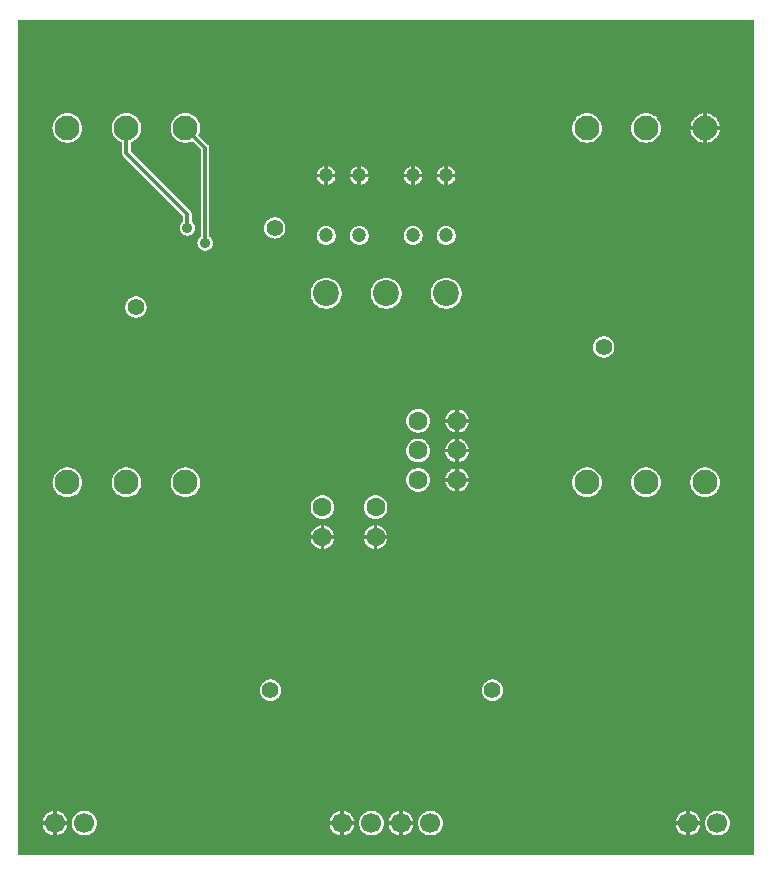
<source format=gbl>
%FSLAX46Y46*%
%MOMM*%
%ADD10C,0.300000*%
%AMPS11*
1,1,2.100000,0.000000,0.000000*
%
%ADD11PS11*%
%AMPS13*
1,1,1.600000,0.000000,0.000000*
%
%ADD13PS13*%
%AMPS17*
1,1,1.600000,0.000000,0.000000*
%
%ADD17PS17*%
%AMPS18*
1,1,1.600000,0.000000,0.000000*
%
%ADD18PS18*%
%AMPS12*
1,1,1.700000,0.000000,0.000000*
%
%ADD12PS12*%
%AMPS15*
1,1,2.200000,0.000000,0.000000*
%
%ADD15PS15*%
%AMPS16*
1,1,1.200000,0.000000,0.000000*
%
%ADD16PS16*%
%AMPS14*
1,1,1.200000,0.000000,0.000000*
%
%ADD14PS14*%
%AMPS21*
1,1,1.400000,0.000000,0.000000*
%
%ADD21PS21*%
%AMPS20*
1,1,0.700000,0.000000,0.000000*
%
%ADD20PS20*%
%AMPS22*
1,1,0.900000,0.000000,0.000000*
%
%ADD22PS22*%
%AMPS19*
1,1,0.700000,0.000000,0.000000*
%
%ADD19PS19*%
G01*
%LPD*%
G36*
X62640000Y360000D02*
X62640000Y71040000D01*
X360000Y71040000D01*
X360000Y360000D01*
X62640000Y360000D01*
D02*
G37*
%LPC*%
G36*
X4500000Y60674752D02*
X4376973Y60680798D01*
X4255108Y60698874D01*
X4135622Y60728803D01*
X4019640Y60770302D01*
X3908282Y60822970D01*
X3802623Y60886300D01*
X3703681Y60959681D01*
X3612406Y61042406D01*
X3529681Y61133681D01*
X3456300Y61232623D01*
X3392970Y61338282D01*
X3340302Y61449640D01*
X3298803Y61565622D01*
X3268874Y61685108D01*
X3250798Y61806973D01*
X3244752Y61930000D01*
X3250798Y62053027D01*
X3268874Y62174892D01*
X3298803Y62294378D01*
X3340302Y62410360D01*
X3392970Y62521718D01*
X3456300Y62627377D01*
X3529681Y62726319D01*
X3612406Y62817594D01*
X3703681Y62900319D01*
X3802623Y62973700D01*
X3908282Y63037030D01*
X4019640Y63089698D01*
X4135622Y63131197D01*
X4255108Y63161126D01*
X4376973Y63179202D01*
X4500000Y63185248D01*
X4623027Y63179202D01*
X4744892Y63161126D01*
X4864378Y63131197D01*
X4980360Y63089698D01*
X5091718Y63037030D01*
X5197377Y62973700D01*
X5296319Y62900319D01*
X5387594Y62817594D01*
X5470319Y62726319D01*
X5543700Y62627377D01*
X5607030Y62521718D01*
X5659698Y62410360D01*
X5701197Y62294378D01*
X5731126Y62174892D01*
X5749202Y62053027D01*
X5755248Y61930000D01*
X5749202Y61806973D01*
X5731126Y61685108D01*
X5701197Y61565622D01*
X5659698Y61449640D01*
X5607030Y61338282D01*
X5543700Y61232623D01*
X5470319Y61133681D01*
X5387594Y61042406D01*
X5296319Y60959681D01*
X5197377Y60886300D01*
X5091718Y60822970D01*
X4980360Y60770302D01*
X4864378Y60728803D01*
X4744892Y60698874D01*
X4623027Y60680798D01*
X4500000Y60674752D01*
D02*
G37*
%LPC*%
G36*
X53500000Y60674752D02*
X53376973Y60680798D01*
X53255108Y60698874D01*
X53135622Y60728803D01*
X53019640Y60770302D01*
X52908282Y60822970D01*
X52802623Y60886300D01*
X52703681Y60959681D01*
X52612406Y61042406D01*
X52529681Y61133681D01*
X52456300Y61232623D01*
X52392970Y61338282D01*
X52340302Y61449640D01*
X52298803Y61565622D01*
X52268874Y61685108D01*
X52250798Y61806973D01*
X52244752Y61930000D01*
X52250798Y62053027D01*
X52268874Y62174892D01*
X52298803Y62294378D01*
X52340302Y62410360D01*
X52392970Y62521718D01*
X52456300Y62627377D01*
X52529681Y62726319D01*
X52612406Y62817594D01*
X52703681Y62900319D01*
X52802623Y62973700D01*
X52908282Y63037030D01*
X53019640Y63089698D01*
X53135622Y63131197D01*
X53255108Y63161126D01*
X53376973Y63179202D01*
X53500000Y63185248D01*
X53623027Y63179202D01*
X53744892Y63161126D01*
X53864378Y63131197D01*
X53980360Y63089698D01*
X54091718Y63037030D01*
X54197377Y62973700D01*
X54296319Y62900319D01*
X54387594Y62817594D01*
X54470319Y62726319D01*
X54543700Y62627377D01*
X54607030Y62521718D01*
X54659698Y62410360D01*
X54701197Y62294378D01*
X54731126Y62174892D01*
X54749202Y62053027D01*
X54755248Y61930000D01*
X54749202Y61806973D01*
X54731126Y61685108D01*
X54701197Y61565622D01*
X54659698Y61449640D01*
X54607030Y61338282D01*
X54543700Y61232623D01*
X54470319Y61133681D01*
X54387594Y61042406D01*
X54296319Y60959681D01*
X54197377Y60886300D01*
X54091718Y60822970D01*
X53980360Y60770302D01*
X53864378Y60728803D01*
X53744892Y60698874D01*
X53623027Y60680798D01*
X53500000Y60674752D01*
D02*
G37*
%LPC*%
G36*
X48500000Y60674752D02*
X48376973Y60680798D01*
X48255108Y60698874D01*
X48135622Y60728803D01*
X48019640Y60770302D01*
X47908282Y60822970D01*
X47802623Y60886300D01*
X47703681Y60959681D01*
X47612406Y61042406D01*
X47529681Y61133681D01*
X47456300Y61232623D01*
X47392970Y61338282D01*
X47340302Y61449640D01*
X47298803Y61565622D01*
X47268874Y61685108D01*
X47250798Y61806973D01*
X47244752Y61930000D01*
X47250798Y62053027D01*
X47268874Y62174892D01*
X47298803Y62294378D01*
X47340302Y62410360D01*
X47392970Y62521718D01*
X47456300Y62627377D01*
X47529681Y62726319D01*
X47612406Y62817594D01*
X47703681Y62900319D01*
X47802623Y62973700D01*
X47908282Y63037030D01*
X48019640Y63089698D01*
X48135622Y63131197D01*
X48255108Y63161126D01*
X48376973Y63179202D01*
X48500000Y63185248D01*
X48623027Y63179202D01*
X48744892Y63161126D01*
X48864378Y63131197D01*
X48980360Y63089698D01*
X49091718Y63037030D01*
X49197377Y62973700D01*
X49296319Y62900319D01*
X49387594Y62817594D01*
X49470319Y62726319D01*
X49543700Y62627377D01*
X49607030Y62521718D01*
X49659698Y62410360D01*
X49701197Y62294378D01*
X49731126Y62174892D01*
X49749202Y62053027D01*
X49755248Y61930000D01*
X49749202Y61806973D01*
X49731126Y61685108D01*
X49701197Y61565622D01*
X49659698Y61449640D01*
X49607030Y61338282D01*
X49543700Y61232623D01*
X49470319Y61133681D01*
X49387594Y61042406D01*
X49296319Y60959681D01*
X49197377Y60886300D01*
X49091718Y60822970D01*
X48980360Y60770302D01*
X48864378Y60728803D01*
X48744892Y60698874D01*
X48623027Y60680798D01*
X48500000Y60674752D01*
D02*
G37*
%LPC*%
G36*
X14670000Y52814753D02*
X14605774Y52817909D01*
X14542167Y52827345D01*
X14479790Y52842968D01*
X14419243Y52864634D01*
X14361122Y52892123D01*
X14305966Y52925182D01*
X14254316Y52963488D01*
X14206670Y53006670D01*
X14163488Y53054316D01*
X14125182Y53105966D01*
X14092123Y53161122D01*
X14064634Y53219243D01*
X14042968Y53279790D01*
X14027345Y53342167D01*
X14017909Y53405774D01*
X14014753Y53470000D01*
X14017909Y53534226D01*
X14027345Y53597833D01*
X14042968Y53660210D01*
X14064634Y53720757D01*
X14092123Y53778878D01*
X14125182Y53834034D01*
X14163488Y53885684D01*
X14206670Y53933330D01*
X14254319Y53976515D01*
X14315000Y54021517D01*
X14315000Y54512953D01*
X9256215Y59571738D01*
X9248372Y59578155D01*
X9204003Y59632223D01*
X9171106Y59693770D01*
X9150849Y59760548D01*
X9145000Y59819935D01*
X9145000Y60725448D01*
X9019640Y60770302D01*
X8908282Y60822970D01*
X8802623Y60886300D01*
X8703681Y60959681D01*
X8612406Y61042406D01*
X8529681Y61133681D01*
X8456300Y61232623D01*
X8392970Y61338282D01*
X8340302Y61449640D01*
X8298803Y61565622D01*
X8268874Y61685108D01*
X8250798Y61806973D01*
X8244752Y61930000D01*
X8250798Y62053027D01*
X8268874Y62174892D01*
X8298803Y62294378D01*
X8340302Y62410360D01*
X8392970Y62521718D01*
X8456300Y62627377D01*
X8529681Y62726319D01*
X8612406Y62817594D01*
X8703681Y62900319D01*
X8802623Y62973700D01*
X8908282Y63037030D01*
X9019640Y63089698D01*
X9135622Y63131197D01*
X9255108Y63161126D01*
X9376973Y63179202D01*
X9500000Y63185248D01*
X9623027Y63179202D01*
X9744892Y63161126D01*
X9864378Y63131197D01*
X9980360Y63089698D01*
X10091718Y63037030D01*
X10197377Y62973700D01*
X10296319Y62900319D01*
X10387594Y62817594D01*
X10470319Y62726319D01*
X10543700Y62627377D01*
X10607030Y62521718D01*
X10659698Y62410360D01*
X10701197Y62294378D01*
X10731126Y62174892D01*
X10749202Y62053027D01*
X10755248Y61930000D01*
X10749202Y61806973D01*
X10731126Y61685108D01*
X10701197Y61565622D01*
X10659698Y61449640D01*
X10607030Y61338282D01*
X10543700Y61232623D01*
X10470319Y61133681D01*
X10387594Y61042406D01*
X10296319Y60959681D01*
X10197377Y60886300D01*
X10091718Y60822970D01*
X9980360Y60770302D01*
X9855000Y60725448D01*
X9855000Y59977047D01*
X14928148Y54903897D01*
X14965996Y54857776D01*
X14998893Y54796229D01*
X15019151Y54729451D01*
X15025000Y54670077D01*
X15025000Y54021517D01*
X15085681Y53976515D01*
X15133330Y53933330D01*
X15176512Y53885684D01*
X15214818Y53834034D01*
X15247877Y53778878D01*
X15275366Y53720757D01*
X15297032Y53660210D01*
X15312655Y53597833D01*
X15322091Y53534226D01*
X15325247Y53470000D01*
X15322091Y53405774D01*
X15312655Y53342167D01*
X15297032Y53279790D01*
X15275366Y53219243D01*
X15247877Y53161122D01*
X15214818Y53105966D01*
X15176512Y53054316D01*
X15133330Y53006670D01*
X15085684Y52963488D01*
X15034034Y52925182D01*
X14978878Y52892123D01*
X14920757Y52864634D01*
X14860210Y52842968D01*
X14797833Y52827345D01*
X14734226Y52817909D01*
X14670000Y52814753D01*
D02*
G37*
%LPC*%
G36*
X16170000Y51534753D02*
X16105774Y51537909D01*
X16042167Y51547345D01*
X15979790Y51562968D01*
X15919243Y51584634D01*
X15861122Y51612123D01*
X15805966Y51645182D01*
X15754316Y51683488D01*
X15706670Y51726670D01*
X15663488Y51774316D01*
X15625182Y51825966D01*
X15592123Y51881122D01*
X15564634Y51939243D01*
X15542968Y51999790D01*
X15527345Y52062167D01*
X15517909Y52125774D01*
X15514753Y52190000D01*
X15517909Y52254226D01*
X15527345Y52317833D01*
X15542968Y52380210D01*
X15564634Y52440757D01*
X15592123Y52498878D01*
X15625182Y52554034D01*
X15663488Y52605684D01*
X15706670Y52653330D01*
X15754319Y52696515D01*
X15815000Y52741517D01*
X15815000Y60112953D01*
X15100724Y60827229D01*
X14980360Y60770302D01*
X14864378Y60728803D01*
X14744892Y60698874D01*
X14623027Y60680798D01*
X14500000Y60674752D01*
X14376973Y60680798D01*
X14255108Y60698874D01*
X14135622Y60728803D01*
X14019640Y60770302D01*
X13908282Y60822970D01*
X13802623Y60886300D01*
X13703681Y60959681D01*
X13612406Y61042406D01*
X13529681Y61133681D01*
X13456300Y61232623D01*
X13392970Y61338282D01*
X13340302Y61449640D01*
X13298803Y61565622D01*
X13268874Y61685108D01*
X13250798Y61806973D01*
X13244752Y61930000D01*
X13250798Y62053027D01*
X13268874Y62174892D01*
X13298803Y62294378D01*
X13340302Y62410360D01*
X13392970Y62521718D01*
X13456300Y62627377D01*
X13529681Y62726319D01*
X13612406Y62817594D01*
X13703681Y62900319D01*
X13802623Y62973700D01*
X13908282Y63037030D01*
X14019640Y63089698D01*
X14135622Y63131197D01*
X14255108Y63161126D01*
X14376973Y63179202D01*
X14500000Y63185248D01*
X14623027Y63179202D01*
X14744892Y63161126D01*
X14864378Y63131197D01*
X14980360Y63089698D01*
X15091718Y63037030D01*
X15197377Y62973700D01*
X15296319Y62900319D01*
X15387594Y62817594D01*
X15470319Y62726319D01*
X15543700Y62627377D01*
X15607030Y62521718D01*
X15659698Y62410360D01*
X15701197Y62294378D01*
X15731126Y62174892D01*
X15749202Y62053027D01*
X15755248Y61930000D01*
X15749202Y61806973D01*
X15731126Y61685108D01*
X15701197Y61565622D01*
X15659699Y61449644D01*
X15602771Y61329275D01*
X16428148Y60503897D01*
X16465996Y60457776D01*
X16498893Y60396229D01*
X16519151Y60329451D01*
X16525000Y60270077D01*
X16525000Y52741517D01*
X16585681Y52696515D01*
X16633330Y52653330D01*
X16676512Y52605684D01*
X16714818Y52554034D01*
X16747877Y52498878D01*
X16775366Y52440757D01*
X16797032Y52380210D01*
X16812655Y52317833D01*
X16822091Y52254226D01*
X16825247Y52190000D01*
X16822091Y52125774D01*
X16812655Y52062167D01*
X16797032Y51999790D01*
X16775366Y51939243D01*
X16747877Y51881122D01*
X16714818Y51825966D01*
X16676512Y51774316D01*
X16633330Y51726670D01*
X16585684Y51683488D01*
X16534034Y51645182D01*
X16478878Y51612123D01*
X16420757Y51584634D01*
X16360210Y51562968D01*
X16297833Y51547345D01*
X16234226Y51537909D01*
X16170000Y51534753D01*
D02*
G37*
%LPC*%
G36*
X58350000Y62080000D02*
X57259853Y62080000D01*
X57273783Y62173912D01*
X57303595Y62292927D01*
X57344927Y62408444D01*
X57397385Y62519358D01*
X57460463Y62624596D01*
X57533551Y62723143D01*
X57615946Y62814054D01*
X57706857Y62896449D01*
X57805404Y62969537D01*
X57910642Y63032615D01*
X58021556Y63085073D01*
X58137073Y63126405D01*
X58256088Y63156217D01*
X58350000Y63170147D01*
X58350000Y62080000D01*
D02*
G37*
%LPC*%
G36*
X59740147Y62080000D02*
X58650000Y62080000D01*
X58650000Y63170147D01*
X58743912Y63156217D01*
X58862927Y63126405D01*
X58978444Y63085073D01*
X59089358Y63032615D01*
X59194596Y62969537D01*
X59293143Y62896449D01*
X59384054Y62814054D01*
X59466449Y62723143D01*
X59539537Y62624596D01*
X59602615Y62519358D01*
X59655073Y62408444D01*
X59696405Y62292927D01*
X59726217Y62173912D01*
X59740147Y62080000D01*
D02*
G37*
%LPC*%
G36*
X58650000Y60689853D02*
X58650000Y61780000D01*
X59740147Y61780000D01*
X59726217Y61686088D01*
X59696405Y61567073D01*
X59655073Y61451556D01*
X59602615Y61340642D01*
X59539537Y61235404D01*
X59466449Y61136857D01*
X59384054Y61045946D01*
X59293143Y60963551D01*
X59194596Y60890463D01*
X59089358Y60827385D01*
X58978444Y60774927D01*
X58862927Y60733595D01*
X58743912Y60703783D01*
X58650000Y60689853D01*
D02*
G37*
%LPC*%
G36*
X58350000Y60689853D02*
X58256088Y60703783D01*
X58137073Y60733595D01*
X58021556Y60774927D01*
X57910642Y60827385D01*
X57805404Y60890463D01*
X57706857Y60963551D01*
X57615946Y61045946D01*
X57533551Y61136857D01*
X57460463Y61235404D01*
X57397385Y61340642D01*
X57344927Y61451556D01*
X57303595Y61567073D01*
X57273783Y61686088D01*
X57259853Y61780000D01*
X58350000Y61780000D01*
X58350000Y60689853D01*
D02*
G37*
%LPC*%
G36*
X29070000Y58060000D02*
X28434228Y58060000D01*
X28435135Y58066117D01*
X28454219Y58142302D01*
X28480672Y58216233D01*
X28514251Y58287229D01*
X28554630Y58354597D01*
X28601402Y58417663D01*
X28654144Y58475856D01*
X28712337Y58528598D01*
X28775403Y58575370D01*
X28842771Y58615749D01*
X28913767Y58649328D01*
X28987698Y58675781D01*
X29063883Y58694865D01*
X29070000Y58695772D01*
X29070000Y58060000D01*
D02*
G37*
%LPC*%
G36*
X37365772Y58060000D02*
X36730000Y58060000D01*
X36730000Y58695772D01*
X36736117Y58694865D01*
X36812302Y58675781D01*
X36886233Y58649328D01*
X36957229Y58615749D01*
X37024597Y58575370D01*
X37087663Y58528598D01*
X37145856Y58475856D01*
X37198598Y58417663D01*
X37245370Y58354597D01*
X37285749Y58287229D01*
X37319328Y58216233D01*
X37345781Y58142302D01*
X37364865Y58066117D01*
X37365772Y58060000D01*
D02*
G37*
%LPC*%
G36*
X36430000Y58060000D02*
X35794228Y58060000D01*
X35795135Y58066117D01*
X35814219Y58142302D01*
X35840672Y58216233D01*
X35874251Y58287229D01*
X35914630Y58354597D01*
X35961402Y58417663D01*
X36014144Y58475856D01*
X36072337Y58528598D01*
X36135403Y58575370D01*
X36202771Y58615749D01*
X36273767Y58649328D01*
X36347698Y58675781D01*
X36423883Y58694865D01*
X36430000Y58695772D01*
X36430000Y58060000D01*
D02*
G37*
%LPC*%
G36*
X34565772Y58060000D02*
X33930000Y58060000D01*
X33930000Y58695772D01*
X33936117Y58694865D01*
X34012302Y58675781D01*
X34086233Y58649328D01*
X34157229Y58615749D01*
X34224597Y58575370D01*
X34287663Y58528598D01*
X34345856Y58475856D01*
X34398598Y58417663D01*
X34445370Y58354597D01*
X34485749Y58287229D01*
X34519328Y58216233D01*
X34545781Y58142302D01*
X34564865Y58066117D01*
X34565772Y58060000D01*
D02*
G37*
%LPC*%
G36*
X33630000Y58060000D02*
X32994228Y58060000D01*
X32995135Y58066117D01*
X33014219Y58142302D01*
X33040672Y58216233D01*
X33074251Y58287229D01*
X33114630Y58354597D01*
X33161402Y58417663D01*
X33214144Y58475856D01*
X33272337Y58528598D01*
X33335403Y58575370D01*
X33402771Y58615749D01*
X33473767Y58649328D01*
X33547698Y58675781D01*
X33623883Y58694865D01*
X33630000Y58695772D01*
X33630000Y58060000D01*
D02*
G37*
%LPC*%
G36*
X30005772Y58060000D02*
X29370000Y58060000D01*
X29370000Y58695772D01*
X29376117Y58694865D01*
X29452302Y58675781D01*
X29526233Y58649328D01*
X29597229Y58615749D01*
X29664597Y58575370D01*
X29727663Y58528598D01*
X29785856Y58475856D01*
X29838598Y58417663D01*
X29885370Y58354597D01*
X29925749Y58287229D01*
X29959328Y58216233D01*
X29985781Y58142302D01*
X30004865Y58066117D01*
X30005772Y58060000D01*
D02*
G37*
%LPC*%
G36*
X27205772Y58060000D02*
X26570000Y58060000D01*
X26570000Y58695772D01*
X26576117Y58694865D01*
X26652302Y58675781D01*
X26726233Y58649328D01*
X26797229Y58615749D01*
X26864597Y58575370D01*
X26927663Y58528598D01*
X26985856Y58475856D01*
X27038598Y58417663D01*
X27085370Y58354597D01*
X27125749Y58287229D01*
X27159328Y58216233D01*
X27185781Y58142302D01*
X27204865Y58066117D01*
X27205772Y58060000D01*
D02*
G37*
%LPC*%
G36*
X26270000Y58060000D02*
X25634228Y58060000D01*
X25635135Y58066117D01*
X25654219Y58142302D01*
X25680672Y58216233D01*
X25714251Y58287229D01*
X25754630Y58354597D01*
X25801402Y58417663D01*
X25854144Y58475856D01*
X25912337Y58528598D01*
X25975403Y58575370D01*
X26042771Y58615749D01*
X26113767Y58649328D01*
X26187698Y58675781D01*
X26263883Y58694865D01*
X26270000Y58695772D01*
X26270000Y58060000D01*
D02*
G37*
%LPC*%
G36*
X26570000Y57124228D02*
X26570000Y57760000D01*
X27205772Y57760000D01*
X27204865Y57753883D01*
X27185781Y57677698D01*
X27159328Y57603767D01*
X27125749Y57532771D01*
X27085370Y57465403D01*
X27038598Y57402337D01*
X26985856Y57344144D01*
X26927663Y57291402D01*
X26864597Y57244630D01*
X26797229Y57204251D01*
X26726233Y57170672D01*
X26652302Y57144219D01*
X26576117Y57125135D01*
X26570000Y57124228D01*
D02*
G37*
%LPC*%
G36*
X26270000Y57124228D02*
X26263883Y57125135D01*
X26187698Y57144219D01*
X26113767Y57170672D01*
X26042771Y57204251D01*
X25975403Y57244630D01*
X25912337Y57291402D01*
X25854144Y57344144D01*
X25801402Y57402337D01*
X25754630Y57465403D01*
X25714251Y57532771D01*
X25680672Y57603767D01*
X25654219Y57677698D01*
X25635135Y57753883D01*
X25634228Y57760000D01*
X26270000Y57760000D01*
X26270000Y57124228D01*
D02*
G37*
%LPC*%
G36*
X29070000Y57124228D02*
X29063883Y57125135D01*
X28987698Y57144219D01*
X28913767Y57170672D01*
X28842771Y57204251D01*
X28775403Y57244630D01*
X28712337Y57291402D01*
X28654144Y57344144D01*
X28601402Y57402337D01*
X28554630Y57465403D01*
X28514251Y57532771D01*
X28480672Y57603767D01*
X28454219Y57677698D01*
X28435135Y57753883D01*
X28434228Y57760000D01*
X29070000Y57760000D01*
X29070000Y57124228D01*
D02*
G37*
%LPC*%
G36*
X29370000Y57124228D02*
X29370000Y57760000D01*
X30005772Y57760000D01*
X30004865Y57753883D01*
X29985781Y57677698D01*
X29959328Y57603767D01*
X29925749Y57532771D01*
X29885370Y57465403D01*
X29838598Y57402337D01*
X29785856Y57344144D01*
X29727663Y57291402D01*
X29664597Y57244630D01*
X29597229Y57204251D01*
X29526233Y57170672D01*
X29452302Y57144219D01*
X29376117Y57125135D01*
X29370000Y57124228D01*
D02*
G37*
%LPC*%
G36*
X33930000Y57124228D02*
X33930000Y57760000D01*
X34565772Y57760000D01*
X34564865Y57753883D01*
X34545781Y57677698D01*
X34519328Y57603767D01*
X34485749Y57532771D01*
X34445370Y57465403D01*
X34398598Y57402337D01*
X34345856Y57344144D01*
X34287663Y57291402D01*
X34224597Y57244630D01*
X34157229Y57204251D01*
X34086233Y57170672D01*
X34012302Y57144219D01*
X33936117Y57125135D01*
X33930000Y57124228D01*
D02*
G37*
%LPC*%
G36*
X36430000Y57124228D02*
X36423883Y57125135D01*
X36347698Y57144219D01*
X36273767Y57170672D01*
X36202771Y57204251D01*
X36135403Y57244630D01*
X36072337Y57291402D01*
X36014144Y57344144D01*
X35961402Y57402337D01*
X35914630Y57465403D01*
X35874251Y57532771D01*
X35840672Y57603767D01*
X35814219Y57677698D01*
X35795135Y57753883D01*
X35794228Y57760000D01*
X36430000Y57760000D01*
X36430000Y57124228D01*
D02*
G37*
%LPC*%
G36*
X36730000Y57124228D02*
X36730000Y57760000D01*
X37365772Y57760000D01*
X37364865Y57753883D01*
X37345781Y57677698D01*
X37319328Y57603767D01*
X37285749Y57532771D01*
X37245370Y57465403D01*
X37198598Y57402337D01*
X37145856Y57344144D01*
X37087663Y57291402D01*
X37024597Y57244630D01*
X36957229Y57204251D01*
X36886233Y57170672D01*
X36812302Y57144219D01*
X36736117Y57125135D01*
X36730000Y57124228D01*
D02*
G37*
%LPC*%
G36*
X33630000Y57124228D02*
X33623883Y57125135D01*
X33547698Y57144219D01*
X33473767Y57170672D01*
X33402771Y57204251D01*
X33335403Y57244630D01*
X33272337Y57291402D01*
X33214144Y57344144D01*
X33161402Y57402337D01*
X33114630Y57465403D01*
X33074251Y57532771D01*
X33040672Y57603767D01*
X33014219Y57677698D01*
X32995135Y57753883D01*
X32994228Y57760000D01*
X33630000Y57760000D01*
X33630000Y57124228D01*
D02*
G37*
%LPC*%
G36*
X22060000Y52564753D02*
X21971268Y52569113D01*
X21883388Y52582149D01*
X21797224Y52603731D01*
X21713579Y52633661D01*
X21633263Y52671648D01*
X21557079Y52717310D01*
X21485715Y52770237D01*
X21419894Y52829894D01*
X21360237Y52895715D01*
X21307310Y52967079D01*
X21261648Y53043263D01*
X21223661Y53123579D01*
X21193731Y53207224D01*
X21172149Y53293388D01*
X21159113Y53381268D01*
X21154753Y53470000D01*
X21159113Y53558732D01*
X21172149Y53646612D01*
X21193731Y53732776D01*
X21223661Y53816421D01*
X21261648Y53896737D01*
X21307310Y53972921D01*
X21360237Y54044285D01*
X21419894Y54110106D01*
X21485715Y54169763D01*
X21557079Y54222690D01*
X21633263Y54268352D01*
X21713579Y54306339D01*
X21797224Y54336269D01*
X21883388Y54357851D01*
X21971268Y54370887D01*
X22060000Y54375247D01*
X22148732Y54370887D01*
X22236612Y54357851D01*
X22322776Y54336269D01*
X22406421Y54306339D01*
X22486737Y54268352D01*
X22562921Y54222690D01*
X22634285Y54169763D01*
X22700106Y54110106D01*
X22759763Y54044285D01*
X22812690Y53972921D01*
X22858352Y53896737D01*
X22896339Y53816421D01*
X22926269Y53732776D01*
X22947851Y53646612D01*
X22960887Y53558732D01*
X22965247Y53470000D01*
X22960887Y53381268D01*
X22947851Y53293388D01*
X22926269Y53207224D01*
X22896339Y53123579D01*
X22858352Y53043263D01*
X22812690Y52967079D01*
X22759763Y52895715D01*
X22700106Y52829894D01*
X22634285Y52770237D01*
X22562921Y52717310D01*
X22486737Y52671648D01*
X22406421Y52633661D01*
X22322776Y52603731D01*
X22236612Y52582149D01*
X22148732Y52569113D01*
X22060000Y52564753D01*
D02*
G37*
%LPC*%
G36*
X26420000Y52024752D02*
X26341077Y52028631D01*
X26262906Y52040225D01*
X26186244Y52059429D01*
X26111851Y52086047D01*
X26040406Y52119838D01*
X25972630Y52160461D01*
X25909157Y52207536D01*
X25850604Y52260604D01*
X25797536Y52319157D01*
X25750461Y52382630D01*
X25709838Y52450406D01*
X25676047Y52521851D01*
X25649429Y52596244D01*
X25630225Y52672906D01*
X25618631Y52751077D01*
X25614752Y52830000D01*
X25618631Y52908923D01*
X25630225Y52987094D01*
X25649429Y53063756D01*
X25676047Y53138149D01*
X25709838Y53209594D01*
X25750461Y53277370D01*
X25797536Y53340843D01*
X25850604Y53399396D01*
X25909157Y53452464D01*
X25972630Y53499539D01*
X26040406Y53540162D01*
X26111851Y53573953D01*
X26186244Y53600571D01*
X26262906Y53619775D01*
X26341077Y53631369D01*
X26420000Y53635248D01*
X26498923Y53631369D01*
X26577094Y53619775D01*
X26653756Y53600571D01*
X26728149Y53573953D01*
X26799594Y53540162D01*
X26867370Y53499539D01*
X26930843Y53452464D01*
X26989396Y53399396D01*
X27042464Y53340843D01*
X27089539Y53277370D01*
X27130162Y53209594D01*
X27163953Y53138149D01*
X27190571Y53063756D01*
X27209775Y52987094D01*
X27221369Y52908923D01*
X27225248Y52830000D01*
X27221369Y52751077D01*
X27209775Y52672906D01*
X27190571Y52596244D01*
X27163953Y52521851D01*
X27130162Y52450406D01*
X27089539Y52382630D01*
X27042464Y52319157D01*
X26989396Y52260604D01*
X26930843Y52207536D01*
X26867370Y52160461D01*
X26799594Y52119838D01*
X26728149Y52086047D01*
X26653756Y52059429D01*
X26577094Y52040225D01*
X26498923Y52028631D01*
X26420000Y52024752D01*
D02*
G37*
%LPC*%
G36*
X29220000Y52024752D02*
X29141077Y52028631D01*
X29062906Y52040225D01*
X28986244Y52059429D01*
X28911851Y52086047D01*
X28840406Y52119838D01*
X28772630Y52160461D01*
X28709157Y52207536D01*
X28650604Y52260604D01*
X28597536Y52319157D01*
X28550461Y52382630D01*
X28509838Y52450406D01*
X28476047Y52521851D01*
X28449429Y52596244D01*
X28430225Y52672906D01*
X28418631Y52751077D01*
X28414752Y52830000D01*
X28418631Y52908923D01*
X28430225Y52987094D01*
X28449429Y53063756D01*
X28476047Y53138149D01*
X28509838Y53209594D01*
X28550461Y53277370D01*
X28597536Y53340843D01*
X28650604Y53399396D01*
X28709157Y53452464D01*
X28772630Y53499539D01*
X28840406Y53540162D01*
X28911851Y53573953D01*
X28986244Y53600571D01*
X29062906Y53619775D01*
X29141077Y53631369D01*
X29220000Y53635248D01*
X29298923Y53631369D01*
X29377094Y53619775D01*
X29453756Y53600571D01*
X29528149Y53573953D01*
X29599594Y53540162D01*
X29667370Y53499539D01*
X29730843Y53452464D01*
X29789396Y53399396D01*
X29842464Y53340843D01*
X29889539Y53277370D01*
X29930162Y53209594D01*
X29963953Y53138149D01*
X29990571Y53063756D01*
X30009775Y52987094D01*
X30021369Y52908923D01*
X30025248Y52830000D01*
X30021369Y52751077D01*
X30009775Y52672906D01*
X29990571Y52596244D01*
X29963953Y52521851D01*
X29930162Y52450406D01*
X29889539Y52382630D01*
X29842464Y52319157D01*
X29789396Y52260604D01*
X29730843Y52207536D01*
X29667370Y52160461D01*
X29599594Y52119838D01*
X29528149Y52086047D01*
X29453756Y52059429D01*
X29377094Y52040225D01*
X29298923Y52028631D01*
X29220000Y52024752D01*
D02*
G37*
%LPC*%
G36*
X33780000Y52024752D02*
X33701077Y52028631D01*
X33622906Y52040225D01*
X33546244Y52059429D01*
X33471851Y52086047D01*
X33400406Y52119838D01*
X33332630Y52160461D01*
X33269157Y52207536D01*
X33210604Y52260604D01*
X33157536Y52319157D01*
X33110461Y52382630D01*
X33069838Y52450406D01*
X33036047Y52521851D01*
X33009429Y52596244D01*
X32990225Y52672906D01*
X32978631Y52751077D01*
X32974752Y52830000D01*
X32978631Y52908923D01*
X32990225Y52987094D01*
X33009429Y53063756D01*
X33036047Y53138149D01*
X33069838Y53209594D01*
X33110461Y53277370D01*
X33157536Y53340843D01*
X33210604Y53399396D01*
X33269157Y53452464D01*
X33332630Y53499539D01*
X33400406Y53540162D01*
X33471851Y53573953D01*
X33546244Y53600571D01*
X33622906Y53619775D01*
X33701077Y53631369D01*
X33780000Y53635248D01*
X33858923Y53631369D01*
X33937094Y53619775D01*
X34013756Y53600571D01*
X34088149Y53573953D01*
X34159594Y53540162D01*
X34227370Y53499539D01*
X34290843Y53452464D01*
X34349396Y53399396D01*
X34402464Y53340843D01*
X34449539Y53277370D01*
X34490162Y53209594D01*
X34523953Y53138149D01*
X34550571Y53063756D01*
X34569775Y52987094D01*
X34581369Y52908923D01*
X34585248Y52830000D01*
X34581369Y52751077D01*
X34569775Y52672906D01*
X34550571Y52596244D01*
X34523953Y52521851D01*
X34490162Y52450406D01*
X34449539Y52382630D01*
X34402464Y52319157D01*
X34349396Y52260604D01*
X34290843Y52207536D01*
X34227370Y52160461D01*
X34159594Y52119838D01*
X34088149Y52086047D01*
X34013756Y52059429D01*
X33937094Y52040225D01*
X33858923Y52028631D01*
X33780000Y52024752D01*
D02*
G37*
%LPC*%
G36*
X36580000Y52024752D02*
X36501077Y52028631D01*
X36422906Y52040225D01*
X36346244Y52059429D01*
X36271851Y52086047D01*
X36200406Y52119838D01*
X36132630Y52160461D01*
X36069157Y52207536D01*
X36010604Y52260604D01*
X35957536Y52319157D01*
X35910461Y52382630D01*
X35869838Y52450406D01*
X35836047Y52521851D01*
X35809429Y52596244D01*
X35790225Y52672906D01*
X35778631Y52751077D01*
X35774752Y52830000D01*
X35778631Y52908923D01*
X35790225Y52987094D01*
X35809429Y53063756D01*
X35836047Y53138149D01*
X35869838Y53209594D01*
X35910461Y53277370D01*
X35957536Y53340843D01*
X36010604Y53399396D01*
X36069157Y53452464D01*
X36132630Y53499539D01*
X36200406Y53540162D01*
X36271851Y53573953D01*
X36346244Y53600571D01*
X36422906Y53619775D01*
X36501077Y53631369D01*
X36580000Y53635248D01*
X36658923Y53631369D01*
X36737094Y53619775D01*
X36813756Y53600571D01*
X36888149Y53573953D01*
X36959594Y53540162D01*
X37027370Y53499539D01*
X37090843Y53452464D01*
X37149396Y53399396D01*
X37202464Y53340843D01*
X37249539Y53277370D01*
X37290162Y53209594D01*
X37323953Y53138149D01*
X37350571Y53063756D01*
X37369775Y52987094D01*
X37381369Y52908923D01*
X37385248Y52830000D01*
X37381369Y52751077D01*
X37369775Y52672906D01*
X37350571Y52596244D01*
X37323953Y52521851D01*
X37290162Y52450406D01*
X37249539Y52382630D01*
X37202464Y52319157D01*
X37149396Y52260604D01*
X37090843Y52207536D01*
X37027370Y52160461D01*
X36959594Y52119838D01*
X36888149Y52086047D01*
X36813756Y52059429D01*
X36737094Y52040225D01*
X36658923Y52028631D01*
X36580000Y52024752D01*
D02*
G37*
%LPC*%
G36*
X36580000Y46624753D02*
X36452063Y46631039D01*
X36325352Y46649835D01*
X36201107Y46680956D01*
X36080506Y46724108D01*
X35964712Y46778874D01*
X35854844Y46844727D01*
X35751961Y46921031D01*
X35657051Y47007051D01*
X35571031Y47101961D01*
X35494727Y47204844D01*
X35428874Y47314712D01*
X35374108Y47430506D01*
X35330956Y47551107D01*
X35299835Y47675352D01*
X35281039Y47802063D01*
X35274753Y47930000D01*
X35281039Y48057937D01*
X35299835Y48184648D01*
X35330956Y48308893D01*
X35374108Y48429494D01*
X35428874Y48545288D01*
X35494727Y48655156D01*
X35571031Y48758039D01*
X35657051Y48852949D01*
X35751961Y48938969D01*
X35854844Y49015273D01*
X35964712Y49081126D01*
X36080506Y49135892D01*
X36201107Y49179044D01*
X36325352Y49210165D01*
X36452063Y49228961D01*
X36580000Y49235247D01*
X36707937Y49228961D01*
X36834648Y49210165D01*
X36958893Y49179044D01*
X37079494Y49135892D01*
X37195288Y49081126D01*
X37305156Y49015273D01*
X37408039Y48938969D01*
X37502949Y48852949D01*
X37588969Y48758039D01*
X37665273Y48655156D01*
X37731126Y48545288D01*
X37785892Y48429494D01*
X37829044Y48308893D01*
X37860165Y48184648D01*
X37878961Y48057937D01*
X37885247Y47930000D01*
X37878961Y47802063D01*
X37860165Y47675352D01*
X37829044Y47551107D01*
X37785892Y47430506D01*
X37731126Y47314712D01*
X37665273Y47204844D01*
X37588969Y47101961D01*
X37502949Y47007051D01*
X37408039Y46921031D01*
X37305156Y46844727D01*
X37195288Y46778874D01*
X37079494Y46724108D01*
X36958893Y46680956D01*
X36834648Y46649835D01*
X36707937Y46631039D01*
X36580000Y46624753D01*
D02*
G37*
%LPC*%
G36*
X31500000Y46624753D02*
X31372063Y46631039D01*
X31245352Y46649835D01*
X31121107Y46680956D01*
X31000506Y46724108D01*
X30884712Y46778874D01*
X30774844Y46844727D01*
X30671961Y46921031D01*
X30577051Y47007051D01*
X30491031Y47101961D01*
X30414727Y47204844D01*
X30348874Y47314712D01*
X30294108Y47430506D01*
X30250956Y47551107D01*
X30219835Y47675352D01*
X30201039Y47802063D01*
X30194753Y47930000D01*
X30201039Y48057937D01*
X30219835Y48184648D01*
X30250956Y48308893D01*
X30294108Y48429494D01*
X30348874Y48545288D01*
X30414727Y48655156D01*
X30491031Y48758039D01*
X30577051Y48852949D01*
X30671961Y48938969D01*
X30774844Y49015273D01*
X30884712Y49081126D01*
X31000506Y49135892D01*
X31121107Y49179044D01*
X31245352Y49210165D01*
X31372063Y49228961D01*
X31500000Y49235247D01*
X31627937Y49228961D01*
X31754648Y49210165D01*
X31878893Y49179044D01*
X31999494Y49135892D01*
X32115288Y49081126D01*
X32225156Y49015273D01*
X32328039Y48938969D01*
X32422949Y48852949D01*
X32508969Y48758039D01*
X32585273Y48655156D01*
X32651126Y48545288D01*
X32705892Y48429494D01*
X32749044Y48308893D01*
X32780165Y48184648D01*
X32798961Y48057937D01*
X32805247Y47930000D01*
X32798961Y47802063D01*
X32780165Y47675352D01*
X32749044Y47551107D01*
X32705892Y47430506D01*
X32651126Y47314712D01*
X32585273Y47204844D01*
X32508969Y47101961D01*
X32422949Y47007051D01*
X32328039Y46921031D01*
X32225156Y46844727D01*
X32115288Y46778874D01*
X31999494Y46724108D01*
X31878893Y46680956D01*
X31754648Y46649835D01*
X31627937Y46631039D01*
X31500000Y46624753D01*
D02*
G37*
%LPC*%
G36*
X26420000Y46624753D02*
X26292063Y46631039D01*
X26165352Y46649835D01*
X26041107Y46680956D01*
X25920506Y46724108D01*
X25804712Y46778874D01*
X25694844Y46844727D01*
X25591961Y46921031D01*
X25497051Y47007051D01*
X25411031Y47101961D01*
X25334727Y47204844D01*
X25268874Y47314712D01*
X25214108Y47430506D01*
X25170956Y47551107D01*
X25139835Y47675352D01*
X25121039Y47802063D01*
X25114753Y47930000D01*
X25121039Y48057937D01*
X25139835Y48184648D01*
X25170956Y48308893D01*
X25214108Y48429494D01*
X25268874Y48545288D01*
X25334727Y48655156D01*
X25411031Y48758039D01*
X25497051Y48852949D01*
X25591961Y48938969D01*
X25694844Y49015273D01*
X25804712Y49081126D01*
X25920506Y49135892D01*
X26041107Y49179044D01*
X26165352Y49210165D01*
X26292063Y49228961D01*
X26420000Y49235247D01*
X26547937Y49228961D01*
X26674648Y49210165D01*
X26798893Y49179044D01*
X26919494Y49135892D01*
X27035288Y49081126D01*
X27145156Y49015273D01*
X27248039Y48938969D01*
X27342949Y48852949D01*
X27428969Y48758039D01*
X27505273Y48655156D01*
X27571126Y48545288D01*
X27625892Y48429494D01*
X27669044Y48308893D01*
X27700165Y48184648D01*
X27718961Y48057937D01*
X27725247Y47930000D01*
X27718961Y47802063D01*
X27700165Y47675352D01*
X27669044Y47551107D01*
X27625892Y47430506D01*
X27571126Y47314712D01*
X27505273Y47204844D01*
X27428969Y47101961D01*
X27342949Y47007051D01*
X27248039Y46921031D01*
X27145156Y46844727D01*
X27035288Y46778874D01*
X26919494Y46724108D01*
X26798893Y46680956D01*
X26674648Y46649835D01*
X26547937Y46631039D01*
X26420000Y46624753D01*
D02*
G37*
%LPC*%
G36*
X10310000Y45864753D02*
X10221268Y45869113D01*
X10133388Y45882149D01*
X10047224Y45903731D01*
X9963579Y45933661D01*
X9883263Y45971648D01*
X9807079Y46017310D01*
X9735715Y46070237D01*
X9669894Y46129894D01*
X9610237Y46195715D01*
X9557310Y46267079D01*
X9511648Y46343263D01*
X9473661Y46423579D01*
X9443731Y46507224D01*
X9422149Y46593388D01*
X9409113Y46681268D01*
X9404753Y46770000D01*
X9409113Y46858732D01*
X9422149Y46946612D01*
X9443731Y47032776D01*
X9473661Y47116421D01*
X9511648Y47196737D01*
X9557310Y47272921D01*
X9610237Y47344285D01*
X9669894Y47410106D01*
X9735715Y47469763D01*
X9807079Y47522690D01*
X9883263Y47568352D01*
X9963579Y47606339D01*
X10047224Y47636269D01*
X10133388Y47657851D01*
X10221268Y47670887D01*
X10310000Y47675247D01*
X10398732Y47670887D01*
X10486612Y47657851D01*
X10572776Y47636269D01*
X10656421Y47606339D01*
X10736737Y47568352D01*
X10812921Y47522690D01*
X10884285Y47469763D01*
X10950106Y47410106D01*
X11009763Y47344285D01*
X11062690Y47272921D01*
X11108352Y47196737D01*
X11146339Y47116421D01*
X11176269Y47032776D01*
X11197851Y46946612D01*
X11210887Y46858732D01*
X11215247Y46770000D01*
X11210887Y46681268D01*
X11197851Y46593388D01*
X11176269Y46507224D01*
X11146339Y46423579D01*
X11108352Y46343263D01*
X11062690Y46267079D01*
X11009763Y46195715D01*
X10950106Y46129894D01*
X10884285Y46070237D01*
X10812921Y46017310D01*
X10736737Y45971648D01*
X10656421Y45933661D01*
X10572776Y45903731D01*
X10486612Y45882149D01*
X10398732Y45869113D01*
X10310000Y45864753D01*
D02*
G37*
%LPC*%
G36*
X49910000Y42484753D02*
X49821268Y42489113D01*
X49733388Y42502149D01*
X49647224Y42523731D01*
X49563579Y42553661D01*
X49483263Y42591648D01*
X49407079Y42637310D01*
X49335715Y42690237D01*
X49269894Y42749894D01*
X49210237Y42815715D01*
X49157310Y42887079D01*
X49111648Y42963263D01*
X49073661Y43043579D01*
X49043731Y43127224D01*
X49022149Y43213388D01*
X49009113Y43301268D01*
X49004753Y43390000D01*
X49009113Y43478732D01*
X49022149Y43566612D01*
X49043731Y43652776D01*
X49073661Y43736421D01*
X49111648Y43816737D01*
X49157310Y43892921D01*
X49210237Y43964285D01*
X49269894Y44030106D01*
X49335715Y44089763D01*
X49407079Y44142690D01*
X49483263Y44188352D01*
X49563579Y44226339D01*
X49647224Y44256269D01*
X49733388Y44277851D01*
X49821268Y44290887D01*
X49910000Y44295247D01*
X49998732Y44290887D01*
X50086612Y44277851D01*
X50172776Y44256269D01*
X50256421Y44226339D01*
X50336737Y44188352D01*
X50412921Y44142690D01*
X50484285Y44089763D01*
X50550106Y44030106D01*
X50609763Y43964285D01*
X50662690Y43892921D01*
X50708352Y43816737D01*
X50746339Y43736421D01*
X50776269Y43652776D01*
X50797851Y43566612D01*
X50810887Y43478732D01*
X50815247Y43390000D01*
X50810887Y43301268D01*
X50797851Y43213388D01*
X50776269Y43127224D01*
X50746339Y43043579D01*
X50708352Y42963263D01*
X50662690Y42887079D01*
X50609763Y42815715D01*
X50550106Y42749894D01*
X50484285Y42690237D01*
X50412921Y42637310D01*
X50336737Y42591648D01*
X50256421Y42553661D01*
X50172776Y42523731D01*
X50086612Y42502149D01*
X49998732Y42489113D01*
X49910000Y42484753D01*
D02*
G37*
%LPC*%
G36*
X34200000Y36124752D02*
X34101475Y36129594D01*
X34003884Y36144069D01*
X33908193Y36168038D01*
X33815304Y36201275D01*
X33726140Y36243445D01*
X33641512Y36294170D01*
X33562277Y36352935D01*
X33489183Y36419183D01*
X33422935Y36492277D01*
X33364170Y36571512D01*
X33313445Y36656140D01*
X33271275Y36745304D01*
X33238038Y36838193D01*
X33214069Y36933884D01*
X33199594Y37031475D01*
X33194752Y37130000D01*
X33199594Y37228525D01*
X33214069Y37326116D01*
X33238038Y37421807D01*
X33271275Y37514696D01*
X33313445Y37603860D01*
X33364170Y37688488D01*
X33422935Y37767723D01*
X33489183Y37840817D01*
X33562277Y37907065D01*
X33641512Y37965830D01*
X33726140Y38016555D01*
X33815304Y38058725D01*
X33908193Y38091962D01*
X34003884Y38115931D01*
X34101475Y38130406D01*
X34200000Y38135248D01*
X34298525Y38130406D01*
X34396116Y38115931D01*
X34491807Y38091962D01*
X34584696Y38058725D01*
X34673860Y38016555D01*
X34758488Y37965830D01*
X34837723Y37907065D01*
X34910817Y37840817D01*
X34977065Y37767723D01*
X35035830Y37688488D01*
X35086555Y37603860D01*
X35128725Y37514696D01*
X35161962Y37421807D01*
X35185931Y37326116D01*
X35200406Y37228525D01*
X35205248Y37130000D01*
X35200406Y37031475D01*
X35185931Y36933884D01*
X35161962Y36838193D01*
X35128725Y36745304D01*
X35086555Y36656140D01*
X35035830Y36571512D01*
X34977065Y36492277D01*
X34910817Y36419183D01*
X34837723Y36352935D01*
X34758488Y36294170D01*
X34673860Y36243445D01*
X34584696Y36201275D01*
X34491807Y36168038D01*
X34396116Y36144069D01*
X34298525Y36129594D01*
X34200000Y36124752D01*
D02*
G37*
%LPC*%
G36*
X37350000Y37280000D02*
X36512283Y37280000D01*
X36518978Y37325137D01*
X36542831Y37420359D01*
X36575899Y37512777D01*
X36617864Y37601508D01*
X36668328Y37685700D01*
X36726805Y37764547D01*
X36792723Y37837277D01*
X36865453Y37903195D01*
X36944300Y37961672D01*
X37028492Y38012136D01*
X37117223Y38054101D01*
X37209641Y38087169D01*
X37304863Y38111022D01*
X37350000Y38117717D01*
X37350000Y37280000D01*
D02*
G37*
%LPC*%
G36*
X38487717Y37280000D02*
X37650000Y37280000D01*
X37650000Y38117717D01*
X37695137Y38111022D01*
X37790359Y38087169D01*
X37882777Y38054101D01*
X37971508Y38012136D01*
X38055700Y37961672D01*
X38134547Y37903195D01*
X38207277Y37837277D01*
X38273195Y37764547D01*
X38331672Y37685700D01*
X38382136Y37601508D01*
X38424101Y37512777D01*
X38457169Y37420359D01*
X38481022Y37325137D01*
X38487717Y37280000D01*
D02*
G37*
%LPC*%
G36*
X37650000Y36142283D02*
X37650000Y36980000D01*
X38487717Y36980000D01*
X38481022Y36934863D01*
X38457169Y36839641D01*
X38424101Y36747223D01*
X38382136Y36658492D01*
X38331672Y36574300D01*
X38273195Y36495453D01*
X38207277Y36422723D01*
X38134547Y36356805D01*
X38055700Y36298328D01*
X37971508Y36247864D01*
X37882777Y36205899D01*
X37790359Y36172831D01*
X37695137Y36148978D01*
X37650000Y36142283D01*
D02*
G37*
%LPC*%
G36*
X37350000Y36142283D02*
X37304863Y36148978D01*
X37209641Y36172831D01*
X37117223Y36205899D01*
X37028492Y36247864D01*
X36944300Y36298328D01*
X36865453Y36356805D01*
X36792723Y36422723D01*
X36726805Y36495453D01*
X36668328Y36574300D01*
X36617864Y36658492D01*
X36575899Y36747223D01*
X36542831Y36839641D01*
X36518978Y36934863D01*
X36512283Y36980000D01*
X37350000Y36980000D01*
X37350000Y36142283D01*
D02*
G37*
%LPC*%
G36*
X34200000Y33624752D02*
X34101475Y33629594D01*
X34003884Y33644069D01*
X33908193Y33668038D01*
X33815304Y33701275D01*
X33726140Y33743445D01*
X33641512Y33794170D01*
X33562277Y33852935D01*
X33489183Y33919183D01*
X33422935Y33992277D01*
X33364170Y34071512D01*
X33313445Y34156140D01*
X33271275Y34245304D01*
X33238038Y34338193D01*
X33214069Y34433884D01*
X33199594Y34531475D01*
X33194752Y34630000D01*
X33199594Y34728525D01*
X33214069Y34826116D01*
X33238038Y34921807D01*
X33271275Y35014696D01*
X33313445Y35103860D01*
X33364170Y35188488D01*
X33422935Y35267723D01*
X33489183Y35340817D01*
X33562277Y35407065D01*
X33641512Y35465830D01*
X33726140Y35516555D01*
X33815304Y35558725D01*
X33908193Y35591962D01*
X34003884Y35615931D01*
X34101475Y35630406D01*
X34200000Y35635248D01*
X34298525Y35630406D01*
X34396116Y35615931D01*
X34491807Y35591962D01*
X34584696Y35558725D01*
X34673860Y35516555D01*
X34758488Y35465830D01*
X34837723Y35407065D01*
X34910817Y35340817D01*
X34977065Y35267723D01*
X35035830Y35188488D01*
X35086555Y35103860D01*
X35128725Y35014696D01*
X35161962Y34921807D01*
X35185931Y34826116D01*
X35200406Y34728525D01*
X35205248Y34630000D01*
X35200406Y34531475D01*
X35185931Y34433884D01*
X35161962Y34338193D01*
X35128725Y34245304D01*
X35086555Y34156140D01*
X35035830Y34071512D01*
X34977065Y33992277D01*
X34910817Y33919183D01*
X34837723Y33852935D01*
X34758488Y33794170D01*
X34673860Y33743445D01*
X34584696Y33701275D01*
X34491807Y33668038D01*
X34396116Y33644069D01*
X34298525Y33629594D01*
X34200000Y33624752D01*
D02*
G37*
%LPC*%
G36*
X37350000Y34780000D02*
X36512283Y34780000D01*
X36518978Y34825137D01*
X36542831Y34920359D01*
X36575899Y35012777D01*
X36617864Y35101508D01*
X36668328Y35185700D01*
X36726805Y35264547D01*
X36792723Y35337277D01*
X36865453Y35403195D01*
X36944300Y35461672D01*
X37028492Y35512136D01*
X37117223Y35554101D01*
X37209641Y35587169D01*
X37304863Y35611022D01*
X37350000Y35617717D01*
X37350000Y34780000D01*
D02*
G37*
%LPC*%
G36*
X38487717Y34780000D02*
X37650000Y34780000D01*
X37650000Y35617717D01*
X37695137Y35611022D01*
X37790359Y35587169D01*
X37882777Y35554101D01*
X37971508Y35512136D01*
X38055700Y35461672D01*
X38134547Y35403195D01*
X38207277Y35337277D01*
X38273195Y35264547D01*
X38331672Y35185700D01*
X38382136Y35101508D01*
X38424101Y35012777D01*
X38457169Y34920359D01*
X38481022Y34825137D01*
X38487717Y34780000D01*
D02*
G37*
%LPC*%
G36*
X37650000Y33642283D02*
X37650000Y34480000D01*
X38487717Y34480000D01*
X38481022Y34434863D01*
X38457169Y34339641D01*
X38424101Y34247223D01*
X38382136Y34158492D01*
X38331672Y34074300D01*
X38273195Y33995453D01*
X38207277Y33922723D01*
X38134547Y33856805D01*
X38055700Y33798328D01*
X37971508Y33747864D01*
X37882777Y33705899D01*
X37790359Y33672831D01*
X37695137Y33648978D01*
X37650000Y33642283D01*
D02*
G37*
%LPC*%
G36*
X37350000Y33642283D02*
X37304863Y33648978D01*
X37209641Y33672831D01*
X37117223Y33705899D01*
X37028492Y33747864D01*
X36944300Y33798328D01*
X36865453Y33856805D01*
X36792723Y33922723D01*
X36726805Y33995453D01*
X36668328Y34074300D01*
X36617864Y34158492D01*
X36575899Y34247223D01*
X36542831Y34339641D01*
X36518978Y34434863D01*
X36512283Y34480000D01*
X37350000Y34480000D01*
X37350000Y33642283D01*
D02*
G37*
%LPC*%
G36*
X4500000Y30674752D02*
X4376973Y30680798D01*
X4255108Y30698874D01*
X4135622Y30728803D01*
X4019640Y30770302D01*
X3908282Y30822970D01*
X3802623Y30886300D01*
X3703681Y30959681D01*
X3612406Y31042406D01*
X3529681Y31133681D01*
X3456300Y31232623D01*
X3392970Y31338282D01*
X3340302Y31449640D01*
X3298803Y31565622D01*
X3268874Y31685108D01*
X3250798Y31806973D01*
X3244752Y31930000D01*
X3250798Y32053027D01*
X3268874Y32174892D01*
X3298803Y32294378D01*
X3340302Y32410360D01*
X3392970Y32521718D01*
X3456300Y32627377D01*
X3529681Y32726319D01*
X3612406Y32817594D01*
X3703681Y32900319D01*
X3802623Y32973700D01*
X3908282Y33037030D01*
X4019640Y33089698D01*
X4135622Y33131197D01*
X4255108Y33161126D01*
X4376973Y33179202D01*
X4500000Y33185248D01*
X4623027Y33179202D01*
X4744892Y33161126D01*
X4864378Y33131197D01*
X4980360Y33089698D01*
X5091718Y33037030D01*
X5197377Y32973700D01*
X5296319Y32900319D01*
X5387594Y32817594D01*
X5470319Y32726319D01*
X5543700Y32627377D01*
X5607030Y32521718D01*
X5659698Y32410360D01*
X5701197Y32294378D01*
X5731126Y32174892D01*
X5749202Y32053027D01*
X5755248Y31930000D01*
X5749202Y31806973D01*
X5731126Y31685108D01*
X5701197Y31565622D01*
X5659698Y31449640D01*
X5607030Y31338282D01*
X5543700Y31232623D01*
X5470319Y31133681D01*
X5387594Y31042406D01*
X5296319Y30959681D01*
X5197377Y30886300D01*
X5091718Y30822970D01*
X4980360Y30770302D01*
X4864378Y30728803D01*
X4744892Y30698874D01*
X4623027Y30680798D01*
X4500000Y30674752D01*
D02*
G37*
%LPC*%
G36*
X58500000Y30674752D02*
X58376973Y30680798D01*
X58255108Y30698874D01*
X58135622Y30728803D01*
X58019640Y30770302D01*
X57908282Y30822970D01*
X57802623Y30886300D01*
X57703681Y30959681D01*
X57612406Y31042406D01*
X57529681Y31133681D01*
X57456300Y31232623D01*
X57392970Y31338282D01*
X57340302Y31449640D01*
X57298803Y31565622D01*
X57268874Y31685108D01*
X57250798Y31806973D01*
X57244752Y31930000D01*
X57250798Y32053027D01*
X57268874Y32174892D01*
X57298803Y32294378D01*
X57340302Y32410360D01*
X57392970Y32521718D01*
X57456300Y32627377D01*
X57529681Y32726319D01*
X57612406Y32817594D01*
X57703681Y32900319D01*
X57802623Y32973700D01*
X57908282Y33037030D01*
X58019640Y33089698D01*
X58135622Y33131197D01*
X58255108Y33161126D01*
X58376973Y33179202D01*
X58500000Y33185248D01*
X58623027Y33179202D01*
X58744892Y33161126D01*
X58864378Y33131197D01*
X58980360Y33089698D01*
X59091718Y33037030D01*
X59197377Y32973700D01*
X59296319Y32900319D01*
X59387594Y32817594D01*
X59470319Y32726319D01*
X59543700Y32627377D01*
X59607030Y32521718D01*
X59659698Y32410360D01*
X59701197Y32294378D01*
X59731126Y32174892D01*
X59749202Y32053027D01*
X59755248Y31930000D01*
X59749202Y31806973D01*
X59731126Y31685108D01*
X59701197Y31565622D01*
X59659698Y31449640D01*
X59607030Y31338282D01*
X59543700Y31232623D01*
X59470319Y31133681D01*
X59387594Y31042406D01*
X59296319Y30959681D01*
X59197377Y30886300D01*
X59091718Y30822970D01*
X58980360Y30770302D01*
X58864378Y30728803D01*
X58744892Y30698874D01*
X58623027Y30680798D01*
X58500000Y30674752D01*
D02*
G37*
%LPC*%
G36*
X53500000Y30674752D02*
X53376973Y30680798D01*
X53255108Y30698874D01*
X53135622Y30728803D01*
X53019640Y30770302D01*
X52908282Y30822970D01*
X52802623Y30886300D01*
X52703681Y30959681D01*
X52612406Y31042406D01*
X52529681Y31133681D01*
X52456300Y31232623D01*
X52392970Y31338282D01*
X52340302Y31449640D01*
X52298803Y31565622D01*
X52268874Y31685108D01*
X52250798Y31806973D01*
X52244752Y31930000D01*
X52250798Y32053027D01*
X52268874Y32174892D01*
X52298803Y32294378D01*
X52340302Y32410360D01*
X52392970Y32521718D01*
X52456300Y32627377D01*
X52529681Y32726319D01*
X52612406Y32817594D01*
X52703681Y32900319D01*
X52802623Y32973700D01*
X52908282Y33037030D01*
X53019640Y33089698D01*
X53135622Y33131197D01*
X53255108Y33161126D01*
X53376973Y33179202D01*
X53500000Y33185248D01*
X53623027Y33179202D01*
X53744892Y33161126D01*
X53864378Y33131197D01*
X53980360Y33089698D01*
X54091718Y33037030D01*
X54197377Y32973700D01*
X54296319Y32900319D01*
X54387594Y32817594D01*
X54470319Y32726319D01*
X54543700Y32627377D01*
X54607030Y32521718D01*
X54659698Y32410360D01*
X54701197Y32294378D01*
X54731126Y32174892D01*
X54749202Y32053027D01*
X54755248Y31930000D01*
X54749202Y31806973D01*
X54731126Y31685108D01*
X54701197Y31565622D01*
X54659698Y31449640D01*
X54607030Y31338282D01*
X54543700Y31232623D01*
X54470319Y31133681D01*
X54387594Y31042406D01*
X54296319Y30959681D01*
X54197377Y30886300D01*
X54091718Y30822970D01*
X53980360Y30770302D01*
X53864378Y30728803D01*
X53744892Y30698874D01*
X53623027Y30680798D01*
X53500000Y30674752D01*
D02*
G37*
%LPC*%
G36*
X14500000Y30674752D02*
X14376973Y30680798D01*
X14255108Y30698874D01*
X14135622Y30728803D01*
X14019640Y30770302D01*
X13908282Y30822970D01*
X13802623Y30886300D01*
X13703681Y30959681D01*
X13612406Y31042406D01*
X13529681Y31133681D01*
X13456300Y31232623D01*
X13392970Y31338282D01*
X13340302Y31449640D01*
X13298803Y31565622D01*
X13268874Y31685108D01*
X13250798Y31806973D01*
X13244752Y31930000D01*
X13250798Y32053027D01*
X13268874Y32174892D01*
X13298803Y32294378D01*
X13340302Y32410360D01*
X13392970Y32521718D01*
X13456300Y32627377D01*
X13529681Y32726319D01*
X13612406Y32817594D01*
X13703681Y32900319D01*
X13802623Y32973700D01*
X13908282Y33037030D01*
X14019640Y33089698D01*
X14135622Y33131197D01*
X14255108Y33161126D01*
X14376973Y33179202D01*
X14500000Y33185248D01*
X14623027Y33179202D01*
X14744892Y33161126D01*
X14864378Y33131197D01*
X14980360Y33089698D01*
X15091718Y33037030D01*
X15197377Y32973700D01*
X15296319Y32900319D01*
X15387594Y32817594D01*
X15470319Y32726319D01*
X15543700Y32627377D01*
X15607030Y32521718D01*
X15659698Y32410360D01*
X15701197Y32294378D01*
X15731126Y32174892D01*
X15749202Y32053027D01*
X15755248Y31930000D01*
X15749202Y31806973D01*
X15731126Y31685108D01*
X15701197Y31565622D01*
X15659698Y31449640D01*
X15607030Y31338282D01*
X15543700Y31232623D01*
X15470319Y31133681D01*
X15387594Y31042406D01*
X15296319Y30959681D01*
X15197377Y30886300D01*
X15091718Y30822970D01*
X14980360Y30770302D01*
X14864378Y30728803D01*
X14744892Y30698874D01*
X14623027Y30680798D01*
X14500000Y30674752D01*
D02*
G37*
%LPC*%
G36*
X9500000Y30674752D02*
X9376973Y30680798D01*
X9255108Y30698874D01*
X9135622Y30728803D01*
X9019640Y30770302D01*
X8908282Y30822970D01*
X8802623Y30886300D01*
X8703681Y30959681D01*
X8612406Y31042406D01*
X8529681Y31133681D01*
X8456300Y31232623D01*
X8392970Y31338282D01*
X8340302Y31449640D01*
X8298803Y31565622D01*
X8268874Y31685108D01*
X8250798Y31806973D01*
X8244752Y31930000D01*
X8250798Y32053027D01*
X8268874Y32174892D01*
X8298803Y32294378D01*
X8340302Y32410360D01*
X8392970Y32521718D01*
X8456300Y32627377D01*
X8529681Y32726319D01*
X8612406Y32817594D01*
X8703681Y32900319D01*
X8802623Y32973700D01*
X8908282Y33037030D01*
X9019640Y33089698D01*
X9135622Y33131197D01*
X9255108Y33161126D01*
X9376973Y33179202D01*
X9500000Y33185248D01*
X9623027Y33179202D01*
X9744892Y33161126D01*
X9864378Y33131197D01*
X9980360Y33089698D01*
X10091718Y33037030D01*
X10197377Y32973700D01*
X10296319Y32900319D01*
X10387594Y32817594D01*
X10470319Y32726319D01*
X10543700Y32627377D01*
X10607030Y32521718D01*
X10659698Y32410360D01*
X10701197Y32294378D01*
X10731126Y32174892D01*
X10749202Y32053027D01*
X10755248Y31930000D01*
X10749202Y31806973D01*
X10731126Y31685108D01*
X10701197Y31565622D01*
X10659698Y31449640D01*
X10607030Y31338282D01*
X10543700Y31232623D01*
X10470319Y31133681D01*
X10387594Y31042406D01*
X10296319Y30959681D01*
X10197377Y30886300D01*
X10091718Y30822970D01*
X9980360Y30770302D01*
X9864378Y30728803D01*
X9744892Y30698874D01*
X9623027Y30680798D01*
X9500000Y30674752D01*
D02*
G37*
%LPC*%
G36*
X48500000Y30674752D02*
X48376973Y30680798D01*
X48255108Y30698874D01*
X48135622Y30728803D01*
X48019640Y30770302D01*
X47908282Y30822970D01*
X47802623Y30886300D01*
X47703681Y30959681D01*
X47612406Y31042406D01*
X47529681Y31133681D01*
X47456300Y31232623D01*
X47392970Y31338282D01*
X47340302Y31449640D01*
X47298803Y31565622D01*
X47268874Y31685108D01*
X47250798Y31806973D01*
X47244752Y31930000D01*
X47250798Y32053027D01*
X47268874Y32174892D01*
X47298803Y32294378D01*
X47340302Y32410360D01*
X47392970Y32521718D01*
X47456300Y32627377D01*
X47529681Y32726319D01*
X47612406Y32817594D01*
X47703681Y32900319D01*
X47802623Y32973700D01*
X47908282Y33037030D01*
X48019640Y33089698D01*
X48135622Y33131197D01*
X48255108Y33161126D01*
X48376973Y33179202D01*
X48500000Y33185248D01*
X48623027Y33179202D01*
X48744892Y33161126D01*
X48864378Y33131197D01*
X48980360Y33089698D01*
X49091718Y33037030D01*
X49197377Y32973700D01*
X49296319Y32900319D01*
X49387594Y32817594D01*
X49470319Y32726319D01*
X49543700Y32627377D01*
X49607030Y32521718D01*
X49659698Y32410360D01*
X49701197Y32294378D01*
X49731126Y32174892D01*
X49749202Y32053027D01*
X49755248Y31930000D01*
X49749202Y31806973D01*
X49731126Y31685108D01*
X49701197Y31565622D01*
X49659698Y31449640D01*
X49607030Y31338282D01*
X49543700Y31232623D01*
X49470319Y31133681D01*
X49387594Y31042406D01*
X49296319Y30959681D01*
X49197377Y30886300D01*
X49091718Y30822970D01*
X48980360Y30770302D01*
X48864378Y30728803D01*
X48744892Y30698874D01*
X48623027Y30680798D01*
X48500000Y30674752D01*
D02*
G37*
%LPC*%
G36*
X34200000Y31124752D02*
X34101475Y31129594D01*
X34003884Y31144069D01*
X33908193Y31168038D01*
X33815304Y31201275D01*
X33726140Y31243445D01*
X33641512Y31294170D01*
X33562277Y31352935D01*
X33489183Y31419183D01*
X33422935Y31492277D01*
X33364170Y31571512D01*
X33313445Y31656140D01*
X33271275Y31745304D01*
X33238038Y31838193D01*
X33214069Y31933884D01*
X33199594Y32031475D01*
X33194752Y32130000D01*
X33199594Y32228525D01*
X33214069Y32326116D01*
X33238038Y32421807D01*
X33271275Y32514696D01*
X33313445Y32603860D01*
X33364170Y32688488D01*
X33422935Y32767723D01*
X33489183Y32840817D01*
X33562277Y32907065D01*
X33641512Y32965830D01*
X33726140Y33016555D01*
X33815304Y33058725D01*
X33908193Y33091962D01*
X34003884Y33115931D01*
X34101475Y33130406D01*
X34200000Y33135248D01*
X34298525Y33130406D01*
X34396116Y33115931D01*
X34491807Y33091962D01*
X34584696Y33058725D01*
X34673860Y33016555D01*
X34758488Y32965830D01*
X34837723Y32907065D01*
X34910817Y32840817D01*
X34977065Y32767723D01*
X35035830Y32688488D01*
X35086555Y32603860D01*
X35128725Y32514696D01*
X35161962Y32421807D01*
X35185931Y32326116D01*
X35200406Y32228525D01*
X35205248Y32130000D01*
X35200406Y32031475D01*
X35185931Y31933884D01*
X35161962Y31838193D01*
X35128725Y31745304D01*
X35086555Y31656140D01*
X35035830Y31571512D01*
X34977065Y31492277D01*
X34910817Y31419183D01*
X34837723Y31352935D01*
X34758488Y31294170D01*
X34673860Y31243445D01*
X34584696Y31201275D01*
X34491807Y31168038D01*
X34396116Y31144069D01*
X34298525Y31129594D01*
X34200000Y31124752D01*
D02*
G37*
%LPC*%
G36*
X37350000Y32280000D02*
X36512283Y32280000D01*
X36518978Y32325137D01*
X36542831Y32420359D01*
X36575899Y32512777D01*
X36617864Y32601508D01*
X36668328Y32685700D01*
X36726805Y32764547D01*
X36792723Y32837277D01*
X36865453Y32903195D01*
X36944300Y32961672D01*
X37028492Y33012136D01*
X37117223Y33054101D01*
X37209641Y33087169D01*
X37304863Y33111022D01*
X37350000Y33117717D01*
X37350000Y32280000D01*
D02*
G37*
%LPC*%
G36*
X38487717Y32280000D02*
X37650000Y32280000D01*
X37650000Y33117717D01*
X37695137Y33111022D01*
X37790359Y33087169D01*
X37882777Y33054101D01*
X37971508Y33012136D01*
X38055700Y32961672D01*
X38134547Y32903195D01*
X38207277Y32837277D01*
X38273195Y32764547D01*
X38331672Y32685700D01*
X38382136Y32601508D01*
X38424101Y32512777D01*
X38457169Y32420359D01*
X38481022Y32325137D01*
X38487717Y32280000D01*
D02*
G37*
%LPC*%
G36*
X37650000Y31142283D02*
X37650000Y31980000D01*
X38487717Y31980000D01*
X38481022Y31934863D01*
X38457169Y31839641D01*
X38424101Y31747223D01*
X38382136Y31658492D01*
X38331672Y31574300D01*
X38273195Y31495453D01*
X38207277Y31422723D01*
X38134547Y31356805D01*
X38055700Y31298328D01*
X37971508Y31247864D01*
X37882777Y31205899D01*
X37790359Y31172831D01*
X37695137Y31148978D01*
X37650000Y31142283D01*
D02*
G37*
%LPC*%
G36*
X37350000Y31142283D02*
X37304863Y31148978D01*
X37209641Y31172831D01*
X37117223Y31205899D01*
X37028492Y31247864D01*
X36944300Y31298328D01*
X36865453Y31356805D01*
X36792723Y31422723D01*
X36726805Y31495453D01*
X36668328Y31574300D01*
X36617864Y31658492D01*
X36575899Y31747223D01*
X36542831Y31839641D01*
X36518978Y31934863D01*
X36512283Y31980000D01*
X37350000Y31980000D01*
X37350000Y31142283D01*
D02*
G37*
%LPC*%
G36*
X30600000Y28824752D02*
X30501475Y28829594D01*
X30403884Y28844069D01*
X30308193Y28868038D01*
X30215304Y28901275D01*
X30126140Y28943445D01*
X30041512Y28994170D01*
X29962277Y29052935D01*
X29889183Y29119183D01*
X29822935Y29192277D01*
X29764170Y29271512D01*
X29713445Y29356140D01*
X29671275Y29445304D01*
X29638038Y29538193D01*
X29614069Y29633884D01*
X29599594Y29731475D01*
X29594752Y29830000D01*
X29599594Y29928525D01*
X29614069Y30026116D01*
X29638038Y30121807D01*
X29671275Y30214696D01*
X29713445Y30303860D01*
X29764170Y30388488D01*
X29822935Y30467723D01*
X29889183Y30540817D01*
X29962277Y30607065D01*
X30041512Y30665830D01*
X30126140Y30716555D01*
X30215304Y30758725D01*
X30308193Y30791962D01*
X30403884Y30815931D01*
X30501475Y30830406D01*
X30600000Y30835248D01*
X30698525Y30830406D01*
X30796116Y30815931D01*
X30891807Y30791962D01*
X30984696Y30758725D01*
X31073860Y30716555D01*
X31158488Y30665830D01*
X31237723Y30607065D01*
X31310817Y30540817D01*
X31377065Y30467723D01*
X31435830Y30388488D01*
X31486555Y30303860D01*
X31528725Y30214696D01*
X31561962Y30121807D01*
X31585931Y30026116D01*
X31600406Y29928525D01*
X31605248Y29830000D01*
X31600406Y29731475D01*
X31585931Y29633884D01*
X31561962Y29538193D01*
X31528725Y29445304D01*
X31486555Y29356140D01*
X31435830Y29271512D01*
X31377065Y29192277D01*
X31310817Y29119183D01*
X31237723Y29052935D01*
X31158488Y28994170D01*
X31073860Y28943445D01*
X30984696Y28901275D01*
X30891807Y28868038D01*
X30796116Y28844069D01*
X30698525Y28829594D01*
X30600000Y28824752D01*
D02*
G37*
%LPC*%
G36*
X26100000Y28824752D02*
X26001475Y28829594D01*
X25903884Y28844069D01*
X25808193Y28868038D01*
X25715304Y28901275D01*
X25626140Y28943445D01*
X25541512Y28994170D01*
X25462277Y29052935D01*
X25389183Y29119183D01*
X25322935Y29192277D01*
X25264170Y29271512D01*
X25213445Y29356140D01*
X25171275Y29445304D01*
X25138038Y29538193D01*
X25114069Y29633884D01*
X25099594Y29731475D01*
X25094752Y29830000D01*
X25099594Y29928525D01*
X25114069Y30026116D01*
X25138038Y30121807D01*
X25171275Y30214696D01*
X25213445Y30303860D01*
X25264170Y30388488D01*
X25322935Y30467723D01*
X25389183Y30540817D01*
X25462277Y30607065D01*
X25541512Y30665830D01*
X25626140Y30716555D01*
X25715304Y30758725D01*
X25808193Y30791962D01*
X25903884Y30815931D01*
X26001475Y30830406D01*
X26100000Y30835248D01*
X26198525Y30830406D01*
X26296116Y30815931D01*
X26391807Y30791962D01*
X26484696Y30758725D01*
X26573860Y30716555D01*
X26658488Y30665830D01*
X26737723Y30607065D01*
X26810817Y30540817D01*
X26877065Y30467723D01*
X26935830Y30388488D01*
X26986555Y30303860D01*
X27028725Y30214696D01*
X27061962Y30121807D01*
X27085931Y30026116D01*
X27100406Y29928525D01*
X27105248Y29830000D01*
X27100406Y29731475D01*
X27085931Y29633884D01*
X27061962Y29538193D01*
X27028725Y29445304D01*
X26986555Y29356140D01*
X26935830Y29271512D01*
X26877065Y29192277D01*
X26810817Y29119183D01*
X26737723Y29052935D01*
X26658488Y28994170D01*
X26573860Y28943445D01*
X26484696Y28901275D01*
X26391807Y28868038D01*
X26296116Y28844069D01*
X26198525Y28829594D01*
X26100000Y28824752D01*
D02*
G37*
%LPC*%
G36*
X25950000Y27440000D02*
X25112283Y27440000D01*
X25118978Y27485137D01*
X25142831Y27580359D01*
X25175899Y27672777D01*
X25217864Y27761508D01*
X25268328Y27845700D01*
X25326805Y27924547D01*
X25392723Y27997277D01*
X25465453Y28063195D01*
X25544300Y28121672D01*
X25628492Y28172136D01*
X25717223Y28214101D01*
X25809641Y28247169D01*
X25904863Y28271022D01*
X25950000Y28277717D01*
X25950000Y27440000D01*
D02*
G37*
%LPC*%
G36*
X27087717Y27440000D02*
X26250000Y27440000D01*
X26250000Y28277717D01*
X26295137Y28271022D01*
X26390359Y28247169D01*
X26482777Y28214101D01*
X26571508Y28172136D01*
X26655700Y28121672D01*
X26734547Y28063195D01*
X26807277Y27997277D01*
X26873195Y27924547D01*
X26931672Y27845700D01*
X26982136Y27761508D01*
X27024101Y27672777D01*
X27057169Y27580359D01*
X27081022Y27485137D01*
X27087717Y27440000D01*
D02*
G37*
%LPC*%
G36*
X30450000Y27440000D02*
X29612283Y27440000D01*
X29618978Y27485137D01*
X29642831Y27580359D01*
X29675899Y27672777D01*
X29717864Y27761508D01*
X29768328Y27845700D01*
X29826805Y27924547D01*
X29892723Y27997277D01*
X29965453Y28063195D01*
X30044300Y28121672D01*
X30128492Y28172136D01*
X30217223Y28214101D01*
X30309641Y28247169D01*
X30404863Y28271022D01*
X30450000Y28277717D01*
X30450000Y27440000D01*
D02*
G37*
%LPC*%
G36*
X31587717Y27440000D02*
X30750000Y27440000D01*
X30750000Y28277717D01*
X30795137Y28271022D01*
X30890359Y28247169D01*
X30982777Y28214101D01*
X31071508Y28172136D01*
X31155700Y28121672D01*
X31234547Y28063195D01*
X31307277Y27997277D01*
X31373195Y27924547D01*
X31431672Y27845700D01*
X31482136Y27761508D01*
X31524101Y27672777D01*
X31557169Y27580359D01*
X31581022Y27485137D01*
X31587717Y27440000D01*
D02*
G37*
%LPC*%
G36*
X30750000Y26302283D02*
X30750000Y27140000D01*
X31587717Y27140000D01*
X31581022Y27094863D01*
X31557169Y26999641D01*
X31524101Y26907223D01*
X31482136Y26818492D01*
X31431672Y26734300D01*
X31373195Y26655453D01*
X31307277Y26582723D01*
X31234547Y26516805D01*
X31155700Y26458328D01*
X31071508Y26407864D01*
X30982777Y26365899D01*
X30890359Y26332831D01*
X30795137Y26308978D01*
X30750000Y26302283D01*
D02*
G37*
%LPC*%
G36*
X30450000Y26302283D02*
X30404863Y26308978D01*
X30309641Y26332831D01*
X30217223Y26365899D01*
X30128492Y26407864D01*
X30044300Y26458328D01*
X29965453Y26516805D01*
X29892723Y26582723D01*
X29826805Y26655453D01*
X29768328Y26734300D01*
X29717864Y26818492D01*
X29675899Y26907223D01*
X29642831Y26999641D01*
X29618978Y27094863D01*
X29612283Y27140000D01*
X30450000Y27140000D01*
X30450000Y26302283D01*
D02*
G37*
%LPC*%
G36*
X26250000Y26302283D02*
X26250000Y27140000D01*
X27087717Y27140000D01*
X27081022Y27094863D01*
X27057169Y26999641D01*
X27024101Y26907223D01*
X26982136Y26818492D01*
X26931672Y26734300D01*
X26873195Y26655453D01*
X26807277Y26582723D01*
X26734547Y26516805D01*
X26655700Y26458328D01*
X26571508Y26407864D01*
X26482777Y26365899D01*
X26390359Y26332831D01*
X26295137Y26308978D01*
X26250000Y26302283D01*
D02*
G37*
%LPC*%
G36*
X25950000Y26302283D02*
X25904863Y26308978D01*
X25809641Y26332831D01*
X25717223Y26365899D01*
X25628492Y26407864D01*
X25544300Y26458328D01*
X25465453Y26516805D01*
X25392723Y26582723D01*
X25326805Y26655453D01*
X25268328Y26734300D01*
X25217864Y26818492D01*
X25175899Y26907223D01*
X25142831Y26999641D01*
X25118978Y27094863D01*
X25112283Y27140000D01*
X25950000Y27140000D01*
X25950000Y26302283D01*
D02*
G37*
%LPC*%
G36*
X21700000Y13424753D02*
X21611268Y13429113D01*
X21523388Y13442149D01*
X21437224Y13463731D01*
X21353579Y13493661D01*
X21273263Y13531648D01*
X21197079Y13577310D01*
X21125715Y13630237D01*
X21059894Y13689894D01*
X21000237Y13755715D01*
X20947310Y13827079D01*
X20901648Y13903263D01*
X20863661Y13983579D01*
X20833731Y14067224D01*
X20812149Y14153388D01*
X20799113Y14241268D01*
X20794753Y14330000D01*
X20799113Y14418732D01*
X20812149Y14506612D01*
X20833731Y14592776D01*
X20863661Y14676421D01*
X20901648Y14756737D01*
X20947310Y14832921D01*
X21000237Y14904285D01*
X21059894Y14970106D01*
X21125715Y15029763D01*
X21197079Y15082690D01*
X21273263Y15128352D01*
X21353579Y15166339D01*
X21437224Y15196269D01*
X21523388Y15217851D01*
X21611268Y15230887D01*
X21700000Y15235247D01*
X21788732Y15230887D01*
X21876612Y15217851D01*
X21962776Y15196269D01*
X22046421Y15166339D01*
X22126737Y15128352D01*
X22202921Y15082690D01*
X22274285Y15029763D01*
X22340106Y14970106D01*
X22399763Y14904285D01*
X22452690Y14832921D01*
X22498352Y14756737D01*
X22536339Y14676421D01*
X22566269Y14592776D01*
X22587851Y14506612D01*
X22600887Y14418732D01*
X22605247Y14330000D01*
X22600887Y14241268D01*
X22587851Y14153388D01*
X22566269Y14067224D01*
X22536339Y13983579D01*
X22498352Y13903263D01*
X22452690Y13827079D01*
X22399763Y13755715D01*
X22340106Y13689894D01*
X22274285Y13630237D01*
X22202921Y13577310D01*
X22126737Y13531648D01*
X22046421Y13493661D01*
X21962776Y13463731D01*
X21876612Y13442149D01*
X21788732Y13429113D01*
X21700000Y13424753D01*
D02*
G37*
%LPC*%
G36*
X40500000Y13424753D02*
X40411268Y13429113D01*
X40323388Y13442149D01*
X40237224Y13463731D01*
X40153579Y13493661D01*
X40073263Y13531648D01*
X39997079Y13577310D01*
X39925715Y13630237D01*
X39859894Y13689894D01*
X39800237Y13755715D01*
X39747310Y13827079D01*
X39701648Y13903263D01*
X39663661Y13983579D01*
X39633731Y14067224D01*
X39612149Y14153388D01*
X39599113Y14241268D01*
X39594753Y14330000D01*
X39599113Y14418732D01*
X39612149Y14506612D01*
X39633731Y14592776D01*
X39663661Y14676421D01*
X39701648Y14756737D01*
X39747310Y14832921D01*
X39800237Y14904285D01*
X39859894Y14970106D01*
X39925715Y15029763D01*
X39997079Y15082690D01*
X40073263Y15128352D01*
X40153579Y15166339D01*
X40237224Y15196269D01*
X40323388Y15217851D01*
X40411268Y15230887D01*
X40500000Y15235247D01*
X40588732Y15230887D01*
X40676612Y15217851D01*
X40762776Y15196269D01*
X40846421Y15166339D01*
X40926737Y15128352D01*
X41002921Y15082690D01*
X41074285Y15029763D01*
X41140106Y14970106D01*
X41199763Y14904285D01*
X41252690Y14832921D01*
X41298352Y14756737D01*
X41336339Y14676421D01*
X41366269Y14592776D01*
X41387851Y14506612D01*
X41400887Y14418732D01*
X41405247Y14330000D01*
X41400887Y14241268D01*
X41387851Y14153388D01*
X41366269Y14067224D01*
X41336339Y13983579D01*
X41298352Y13903263D01*
X41252690Y13827079D01*
X41199763Y13755715D01*
X41140106Y13689894D01*
X41074285Y13630237D01*
X41002921Y13577310D01*
X40926737Y13531648D01*
X40846421Y13493661D01*
X40762776Y13463731D01*
X40676612Y13442149D01*
X40588732Y13429113D01*
X40500000Y13424753D01*
D02*
G37*
%LPC*%
G36*
X5950000Y2024753D02*
X5846567Y2029835D01*
X5744127Y2045031D01*
X5643680Y2070191D01*
X5546180Y2105078D01*
X5452554Y2149358D01*
X5363742Y2202591D01*
X5280556Y2264286D01*
X5203828Y2333828D01*
X5134286Y2410556D01*
X5072591Y2493742D01*
X5019358Y2582554D01*
X4975078Y2676180D01*
X4940191Y2773680D01*
X4915031Y2874127D01*
X4899835Y2976567D01*
X4894753Y3080000D01*
X4899835Y3183433D01*
X4915031Y3285873D01*
X4940191Y3386320D01*
X4975078Y3483820D01*
X5019358Y3577446D01*
X5072591Y3666258D01*
X5134286Y3749444D01*
X5203828Y3826172D01*
X5280556Y3895714D01*
X5363742Y3957409D01*
X5452554Y4010642D01*
X5546180Y4054922D01*
X5643680Y4089809D01*
X5744127Y4114969D01*
X5846567Y4130165D01*
X5950000Y4135247D01*
X6053433Y4130165D01*
X6155873Y4114969D01*
X6256320Y4089809D01*
X6353820Y4054922D01*
X6447446Y4010642D01*
X6536258Y3957409D01*
X6619444Y3895714D01*
X6696172Y3826172D01*
X6765714Y3749444D01*
X6827409Y3666258D01*
X6880642Y3577446D01*
X6924922Y3483820D01*
X6959809Y3386320D01*
X6984969Y3285873D01*
X7000165Y3183433D01*
X7005247Y3080000D01*
X7000165Y2976567D01*
X6984969Y2874127D01*
X6959809Y2773680D01*
X6924922Y2676180D01*
X6880642Y2582554D01*
X6827409Y2493742D01*
X6765714Y2410556D01*
X6696172Y2333828D01*
X6619444Y2264286D01*
X6536258Y2202591D01*
X6447446Y2149358D01*
X6353820Y2105078D01*
X6256320Y2070191D01*
X6155873Y2045031D01*
X6053433Y2029835D01*
X5950000Y2024753D01*
D02*
G37*
%LPC*%
G36*
X30250000Y2024753D02*
X30146567Y2029835D01*
X30044127Y2045031D01*
X29943680Y2070191D01*
X29846180Y2105078D01*
X29752554Y2149358D01*
X29663742Y2202591D01*
X29580556Y2264286D01*
X29503828Y2333828D01*
X29434286Y2410556D01*
X29372591Y2493742D01*
X29319358Y2582554D01*
X29275078Y2676180D01*
X29240191Y2773680D01*
X29215031Y2874127D01*
X29199835Y2976567D01*
X29194753Y3080000D01*
X29199835Y3183433D01*
X29215031Y3285873D01*
X29240191Y3386320D01*
X29275078Y3483820D01*
X29319358Y3577446D01*
X29372591Y3666258D01*
X29434286Y3749444D01*
X29503828Y3826172D01*
X29580556Y3895714D01*
X29663742Y3957409D01*
X29752554Y4010642D01*
X29846180Y4054922D01*
X29943680Y4089809D01*
X30044127Y4114969D01*
X30146567Y4130165D01*
X30250000Y4135247D01*
X30353433Y4130165D01*
X30455873Y4114969D01*
X30556320Y4089809D01*
X30653820Y4054922D01*
X30747446Y4010642D01*
X30836258Y3957409D01*
X30919444Y3895714D01*
X30996172Y3826172D01*
X31065714Y3749444D01*
X31127409Y3666258D01*
X31180642Y3577446D01*
X31224922Y3483820D01*
X31259809Y3386320D01*
X31284969Y3285873D01*
X31300165Y3183433D01*
X31305247Y3080000D01*
X31300165Y2976567D01*
X31284969Y2874127D01*
X31259809Y2773680D01*
X31224922Y2676180D01*
X31180642Y2582554D01*
X31127409Y2493742D01*
X31065714Y2410556D01*
X30996172Y2333828D01*
X30919444Y2264286D01*
X30836258Y2202591D01*
X30747446Y2149358D01*
X30653820Y2105078D01*
X30556320Y2070191D01*
X30455873Y2045031D01*
X30353433Y2029835D01*
X30250000Y2024753D01*
D02*
G37*
%LPC*%
G36*
X35250000Y2024753D02*
X35146567Y2029835D01*
X35044127Y2045031D01*
X34943680Y2070191D01*
X34846180Y2105078D01*
X34752554Y2149358D01*
X34663742Y2202591D01*
X34580556Y2264286D01*
X34503828Y2333828D01*
X34434286Y2410556D01*
X34372591Y2493742D01*
X34319358Y2582554D01*
X34275078Y2676180D01*
X34240191Y2773680D01*
X34215031Y2874127D01*
X34199835Y2976567D01*
X34194753Y3080000D01*
X34199835Y3183433D01*
X34215031Y3285873D01*
X34240191Y3386320D01*
X34275078Y3483820D01*
X34319358Y3577446D01*
X34372591Y3666258D01*
X34434286Y3749444D01*
X34503828Y3826172D01*
X34580556Y3895714D01*
X34663742Y3957409D01*
X34752554Y4010642D01*
X34846180Y4054922D01*
X34943680Y4089809D01*
X35044127Y4114969D01*
X35146567Y4130165D01*
X35250000Y4135247D01*
X35353433Y4130165D01*
X35455873Y4114969D01*
X35556320Y4089809D01*
X35653820Y4054922D01*
X35747446Y4010642D01*
X35836258Y3957409D01*
X35919444Y3895714D01*
X35996172Y3826172D01*
X36065714Y3749444D01*
X36127409Y3666258D01*
X36180642Y3577446D01*
X36224922Y3483820D01*
X36259809Y3386320D01*
X36284969Y3285873D01*
X36300165Y3183433D01*
X36305247Y3080000D01*
X36300165Y2976567D01*
X36284969Y2874127D01*
X36259809Y2773680D01*
X36224922Y2676180D01*
X36180642Y2582554D01*
X36127409Y2493742D01*
X36065714Y2410556D01*
X35996172Y2333828D01*
X35919444Y2264286D01*
X35836258Y2202591D01*
X35747446Y2149358D01*
X35653820Y2105078D01*
X35556320Y2070191D01*
X35455873Y2045031D01*
X35353433Y2029835D01*
X35250000Y2024753D01*
D02*
G37*
%LPC*%
G36*
X59550000Y2024753D02*
X59446567Y2029835D01*
X59344127Y2045031D01*
X59243680Y2070191D01*
X59146180Y2105078D01*
X59052554Y2149358D01*
X58963742Y2202591D01*
X58880556Y2264286D01*
X58803828Y2333828D01*
X58734286Y2410556D01*
X58672591Y2493742D01*
X58619358Y2582554D01*
X58575078Y2676180D01*
X58540191Y2773680D01*
X58515031Y2874127D01*
X58499835Y2976567D01*
X58494753Y3080000D01*
X58499835Y3183433D01*
X58515031Y3285873D01*
X58540191Y3386320D01*
X58575078Y3483820D01*
X58619358Y3577446D01*
X58672591Y3666258D01*
X58734286Y3749444D01*
X58803828Y3826172D01*
X58880556Y3895714D01*
X58963742Y3957409D01*
X59052554Y4010642D01*
X59146180Y4054922D01*
X59243680Y4089809D01*
X59344127Y4114969D01*
X59446567Y4130165D01*
X59550000Y4135247D01*
X59653433Y4130165D01*
X59755873Y4114969D01*
X59856320Y4089809D01*
X59953820Y4054922D01*
X60047446Y4010642D01*
X60136258Y3957409D01*
X60219444Y3895714D01*
X60296172Y3826172D01*
X60365714Y3749444D01*
X60427409Y3666258D01*
X60480642Y3577446D01*
X60524922Y3483820D01*
X60559809Y3386320D01*
X60584969Y3285873D01*
X60600165Y3183433D01*
X60605247Y3080000D01*
X60600165Y2976567D01*
X60584969Y2874127D01*
X60559809Y2773680D01*
X60524922Y2676180D01*
X60480642Y2582554D01*
X60427409Y2493742D01*
X60365714Y2410556D01*
X60296172Y2333828D01*
X60219444Y2264286D01*
X60136258Y2202591D01*
X60047446Y2149358D01*
X59953820Y2105078D01*
X59856320Y2070191D01*
X59755873Y2045031D01*
X59653433Y2029835D01*
X59550000Y2024753D01*
D02*
G37*
%LPC*%
G36*
X33788202Y3230000D02*
X32900000Y3230000D01*
X32900000Y4118202D01*
X32954897Y4110059D01*
X33054871Y4085017D01*
X33151911Y4050295D01*
X33245070Y4006236D01*
X33333491Y3953237D01*
X33416262Y3891850D01*
X33492632Y3822632D01*
X33561850Y3746262D01*
X33623237Y3663491D01*
X33676236Y3575070D01*
X33720295Y3481911D01*
X33755017Y3384871D01*
X33780059Y3284897D01*
X33788202Y3230000D01*
D02*
G37*
%LPC*%
G36*
X58088202Y3230000D02*
X57200000Y3230000D01*
X57200000Y4118202D01*
X57254897Y4110059D01*
X57354871Y4085017D01*
X57451911Y4050295D01*
X57545070Y4006236D01*
X57633491Y3953237D01*
X57716262Y3891850D01*
X57792632Y3822632D01*
X57861850Y3746262D01*
X57923237Y3663491D01*
X57976236Y3575070D01*
X58020295Y3481911D01*
X58055017Y3384871D01*
X58080059Y3284897D01*
X58088202Y3230000D01*
D02*
G37*
%LPC*%
G36*
X56900000Y3230000D02*
X56011798Y3230000D01*
X56019941Y3284897D01*
X56044983Y3384871D01*
X56079705Y3481911D01*
X56123764Y3575070D01*
X56176763Y3663491D01*
X56238150Y3746262D01*
X56307368Y3822632D01*
X56383738Y3891850D01*
X56466509Y3953237D01*
X56554930Y4006236D01*
X56648089Y4050295D01*
X56745129Y4085017D01*
X56845103Y4110059D01*
X56900000Y4118202D01*
X56900000Y3230000D01*
D02*
G37*
%LPC*%
G36*
X32600000Y3230000D02*
X31711798Y3230000D01*
X31719941Y3284897D01*
X31744983Y3384871D01*
X31779705Y3481911D01*
X31823764Y3575070D01*
X31876763Y3663491D01*
X31938150Y3746262D01*
X32007368Y3822632D01*
X32083738Y3891850D01*
X32166509Y3953237D01*
X32254930Y4006236D01*
X32348089Y4050295D01*
X32445129Y4085017D01*
X32545103Y4110059D01*
X32600000Y4118202D01*
X32600000Y3230000D01*
D02*
G37*
%LPC*%
G36*
X28788202Y3230000D02*
X27900000Y3230000D01*
X27900000Y4118202D01*
X27954897Y4110059D01*
X28054871Y4085017D01*
X28151911Y4050295D01*
X28245070Y4006236D01*
X28333491Y3953237D01*
X28416262Y3891850D01*
X28492632Y3822632D01*
X28561850Y3746262D01*
X28623237Y3663491D01*
X28676236Y3575070D01*
X28720295Y3481911D01*
X28755017Y3384871D01*
X28780059Y3284897D01*
X28788202Y3230000D01*
D02*
G37*
%LPC*%
G36*
X27600000Y3230000D02*
X26711798Y3230000D01*
X26719941Y3284897D01*
X26744983Y3384871D01*
X26779705Y3481911D01*
X26823764Y3575070D01*
X26876763Y3663491D01*
X26938150Y3746262D01*
X27007368Y3822632D01*
X27083738Y3891850D01*
X27166509Y3953237D01*
X27254930Y4006236D01*
X27348089Y4050295D01*
X27445129Y4085017D01*
X27545103Y4110059D01*
X27600000Y4118202D01*
X27600000Y3230000D01*
D02*
G37*
%LPC*%
G36*
X4488202Y3230000D02*
X3600000Y3230000D01*
X3600000Y4118202D01*
X3654897Y4110059D01*
X3754871Y4085017D01*
X3851911Y4050295D01*
X3945070Y4006236D01*
X4033491Y3953237D01*
X4116262Y3891850D01*
X4192632Y3822632D01*
X4261850Y3746262D01*
X4323237Y3663491D01*
X4376236Y3575070D01*
X4420295Y3481911D01*
X4455017Y3384871D01*
X4480059Y3284897D01*
X4488202Y3230000D01*
D02*
G37*
%LPC*%
G36*
X3300000Y3230000D02*
X2411798Y3230000D01*
X2419941Y3284897D01*
X2444983Y3384871D01*
X2479705Y3481911D01*
X2523764Y3575070D01*
X2576763Y3663491D01*
X2638150Y3746262D01*
X2707368Y3822632D01*
X2783738Y3891850D01*
X2866509Y3953237D01*
X2954930Y4006236D01*
X3048089Y4050295D01*
X3145129Y4085017D01*
X3245103Y4110059D01*
X3300000Y4118202D01*
X3300000Y3230000D01*
D02*
G37*
%LPC*%
G36*
X57200000Y2041798D02*
X57200000Y2930000D01*
X58088202Y2930000D01*
X58080059Y2875103D01*
X58055017Y2775129D01*
X58020295Y2678089D01*
X57976236Y2584930D01*
X57923237Y2496509D01*
X57861850Y2413738D01*
X57792632Y2337368D01*
X57716262Y2268150D01*
X57633491Y2206763D01*
X57545070Y2153764D01*
X57451911Y2109705D01*
X57354871Y2074983D01*
X57254897Y2049941D01*
X57200000Y2041798D01*
D02*
G37*
%LPC*%
G36*
X56900000Y2041798D02*
X56845103Y2049941D01*
X56745129Y2074983D01*
X56648089Y2109705D01*
X56554930Y2153764D01*
X56466509Y2206763D01*
X56383738Y2268150D01*
X56307368Y2337368D01*
X56238150Y2413738D01*
X56176763Y2496509D01*
X56123764Y2584930D01*
X56079705Y2678089D01*
X56044983Y2775129D01*
X56019941Y2875103D01*
X56011798Y2930000D01*
X56900000Y2930000D01*
X56900000Y2041798D01*
D02*
G37*
%LPC*%
G36*
X32900000Y2041798D02*
X32900000Y2930000D01*
X33788202Y2930000D01*
X33780059Y2875103D01*
X33755017Y2775129D01*
X33720295Y2678089D01*
X33676236Y2584930D01*
X33623237Y2496509D01*
X33561850Y2413738D01*
X33492632Y2337368D01*
X33416262Y2268150D01*
X33333491Y2206763D01*
X33245070Y2153764D01*
X33151911Y2109705D01*
X33054871Y2074983D01*
X32954897Y2049941D01*
X32900000Y2041798D01*
D02*
G37*
%LPC*%
G36*
X32600000Y2041798D02*
X32545103Y2049941D01*
X32445129Y2074983D01*
X32348089Y2109705D01*
X32254930Y2153764D01*
X32166509Y2206763D01*
X32083738Y2268150D01*
X32007368Y2337368D01*
X31938150Y2413738D01*
X31876763Y2496509D01*
X31823764Y2584930D01*
X31779705Y2678089D01*
X31744983Y2775129D01*
X31719941Y2875103D01*
X31711798Y2930000D01*
X32600000Y2930000D01*
X32600000Y2041798D01*
D02*
G37*
%LPC*%
G36*
X27900000Y2041798D02*
X27900000Y2930000D01*
X28788202Y2930000D01*
X28780059Y2875103D01*
X28755017Y2775129D01*
X28720295Y2678089D01*
X28676236Y2584930D01*
X28623237Y2496509D01*
X28561850Y2413738D01*
X28492632Y2337368D01*
X28416262Y2268150D01*
X28333491Y2206763D01*
X28245070Y2153764D01*
X28151911Y2109705D01*
X28054871Y2074983D01*
X27954897Y2049941D01*
X27900000Y2041798D01*
D02*
G37*
%LPC*%
G36*
X27600000Y2041798D02*
X27545103Y2049941D01*
X27445129Y2074983D01*
X27348089Y2109705D01*
X27254930Y2153764D01*
X27166509Y2206763D01*
X27083738Y2268150D01*
X27007368Y2337368D01*
X26938150Y2413738D01*
X26876763Y2496509D01*
X26823764Y2584930D01*
X26779705Y2678089D01*
X26744983Y2775129D01*
X26719941Y2875103D01*
X26711798Y2930000D01*
X27600000Y2930000D01*
X27600000Y2041798D01*
D02*
G37*
%LPC*%
G36*
X3600000Y2041798D02*
X3600000Y2930000D01*
X4488202Y2930000D01*
X4480059Y2875103D01*
X4455017Y2775129D01*
X4420295Y2678089D01*
X4376236Y2584930D01*
X4323237Y2496509D01*
X4261850Y2413738D01*
X4192632Y2337368D01*
X4116262Y2268150D01*
X4033491Y2206763D01*
X3945070Y2153764D01*
X3851911Y2109705D01*
X3754871Y2074983D01*
X3654897Y2049941D01*
X3600000Y2041798D01*
D02*
G37*
%LPC*%
G36*
X3300000Y2041798D02*
X3245103Y2049941D01*
X3145129Y2074983D01*
X3048089Y2109705D01*
X2954930Y2153764D01*
X2866509Y2206763D01*
X2783738Y2268150D01*
X2707368Y2337368D01*
X2638150Y2413738D01*
X2576763Y2496509D01*
X2523764Y2584930D01*
X2479705Y2678089D01*
X2444983Y2775129D01*
X2419941Y2875103D01*
X2411798Y2930000D01*
X3300000Y2930000D01*
X3300000Y2041798D01*
D02*
G37*
%LPD*%
G01*
%LPD*%
D10*
X16170000Y52190000D02*
X16170000Y60260000D01*
D10*
X14670000Y54660000D02*
X9500000Y59830000D01*
D10*
X9500000Y59830000D02*
X9500000Y61930000D01*
D10*
X16170000Y60260000D02*
X14500000Y61930000D01*
D10*
X14670000Y53470000D02*
X14670000Y54660000D01*
G75*
D11*
X4500000Y31930000D03*
D11*
X14500000Y31930000D03*
D11*
X9500000Y31930000D03*
D11*
X4500000Y61930000D03*
D11*
X14500000Y61930000D03*
D11*
X9500000Y61930000D03*
D11*
X48500000Y31930000D03*
D11*
X58500000Y31930000D03*
D11*
X53500000Y31930000D03*
D12*
X32750000Y3080000D03*
D12*
X35250000Y3080000D03*
D12*
X30250000Y3080000D03*
D12*
X27750000Y3080000D03*
D13*
X30600000Y27290000D03*
D13*
X30600000Y29830000D03*
D14*
X29220000Y57910000D03*
D14*
X29220000Y52830000D03*
D15*
X31500000Y47930000D03*
D15*
X36580000Y47930000D03*
D15*
X26420000Y47930000D03*
D16*
X33780000Y52830000D03*
D16*
X33780000Y57910000D03*
D12*
X57050000Y3080000D03*
D12*
X59550000Y3080000D03*
D11*
X48500000Y61930000D03*
D11*
X58500000Y61930000D03*
D11*
X53500000Y61930000D03*
D17*
X37500000Y32130000D03*
D17*
X34200000Y34630000D03*
D17*
X34200000Y37130000D03*
D17*
X34200000Y32130000D03*
D17*
X37500000Y34630000D03*
D17*
X37500000Y37130000D03*
D16*
X26420000Y52830000D03*
D16*
X26420000Y57910000D03*
D18*
X26100000Y29830000D03*
D18*
X26100000Y27290000D03*
D14*
X36580000Y57910000D03*
D14*
X36580000Y52830000D03*
D12*
X3450000Y3080000D03*
D12*
X5950000Y3080000D03*
D19*
X23875000Y57810000D03*
D19*
X16250000Y19950000D03*
D19*
X31500000Y45190000D03*
D19*
X25970000Y8430000D03*
D20*
X1000000Y32570000D03*
D19*
X31500000Y52100000D03*
D20*
X31500000Y70430000D03*
D19*
X31500000Y1000000D03*
D20*
X62000000Y32570000D03*
D20*
X16250000Y70430000D03*
D20*
X62000000Y7330000D03*
D20*
X1000000Y45190000D03*
D20*
X54375000Y70430000D03*
D20*
X39125000Y70430000D03*
D20*
X1000000Y64120000D03*
D20*
X23875000Y70430000D03*
D20*
X62000000Y38880000D03*
D21*
X10310000Y46770000D03*
D19*
X16250000Y64120000D03*
D19*
X16250000Y7330000D03*
D19*
X46050000Y51500000D03*
D19*
X8625000Y64120000D03*
D19*
X16250000Y13640000D03*
D20*
X1000000Y38880000D03*
D19*
X54375000Y26260000D03*
D21*
X40500000Y14330000D03*
D19*
X31500000Y64120000D03*
D19*
X55775000Y32870000D03*
D20*
X62000000Y45190000D03*
D19*
X31500000Y25760000D03*
D19*
X23875000Y26260000D03*
D19*
X39125000Y19950000D03*
D20*
X62000000Y1000000D03*
D19*
X16250000Y37680000D03*
D19*
X23875000Y37680000D03*
D19*
X39125000Y1000000D03*
D19*
X39125000Y45190000D03*
D20*
X62000000Y70430000D03*
D20*
X62000000Y64120000D03*
D19*
X15250000Y58070000D03*
D19*
X32000000Y32570000D03*
D20*
X1000000Y57810000D03*
D19*
X54375000Y19950000D03*
D19*
X54375000Y45190000D03*
D20*
X1000000Y7330000D03*
D19*
X46550000Y32870000D03*
D20*
X62000000Y26260000D03*
D22*
X16170000Y52190000D03*
D19*
X7370000Y38730000D03*
D19*
X54375000Y38880000D03*
D19*
X12750000Y49620000D03*
D21*
X49910000Y43390000D03*
D19*
X24075000Y45190000D03*
D19*
X46750000Y19950000D03*
D19*
X8625000Y26260000D03*
D19*
X8625000Y57810000D03*
D20*
X62000000Y13640000D03*
D20*
X1000000Y13640000D03*
D19*
X15300000Y55530000D03*
D20*
X46750000Y70430000D03*
D20*
X62000000Y51500000D03*
D19*
X54375000Y51500000D03*
D19*
X20260000Y50770000D03*
D20*
X1000000Y1000000D03*
D19*
X54375000Y7330000D03*
D19*
X39125000Y52100000D03*
D19*
X54375000Y1000000D03*
D19*
X36480000Y8430000D03*
D19*
X8625000Y19950000D03*
D19*
X6570001Y45430000D03*
D21*
X21700000Y14330000D03*
D22*
X14670000Y53470000D03*
D19*
X22370000Y8430000D03*
D19*
X16250000Y1000000D03*
D21*
X22060000Y53470000D03*
D19*
X52750000Y40420000D03*
D19*
X16250000Y32970000D03*
D19*
X54375000Y13640000D03*
D19*
X54375000Y57810000D03*
D19*
X24075000Y52100000D03*
D19*
X8625000Y1000000D03*
D20*
X62000000Y57810000D03*
D19*
X39125000Y26260000D03*
D19*
X51000000Y30900000D03*
D19*
X40080000Y8430000D03*
D19*
X23875000Y19950000D03*
D19*
X16250000Y26260000D03*
D19*
X46750000Y64120000D03*
D19*
X48860000Y36800000D03*
D19*
X31500000Y57810000D03*
D19*
X39125000Y64120000D03*
D19*
X54375000Y64120000D03*
D19*
X23875000Y64120000D03*
D19*
X31500000Y19950000D03*
D20*
X1000000Y51500000D03*
D19*
X46750000Y1000000D03*
D19*
X7125000Y33070000D03*
D19*
X38280000Y5830000D03*
D19*
X30360002Y37760000D03*
D20*
X1000000Y19950000D03*
D19*
X24170000Y5830000D03*
D19*
X39125000Y38880000D03*
D20*
X8625000Y70430000D03*
D20*
X62000000Y19950000D03*
D19*
X46750000Y26260000D03*
D19*
X46750000Y57810000D03*
D19*
X51940000Y49040000D03*
D19*
X16250000Y46390000D03*
D19*
X8625000Y13640000D03*
D19*
X23875000Y32570000D03*
D19*
X46750000Y13640000D03*
D20*
X1000000Y26260000D03*
D19*
X46750000Y7330000D03*
D19*
X8625000Y7330000D03*
D19*
X34400000Y15030000D03*
D19*
X39125000Y32570000D03*
D19*
X46050000Y45190000D03*
D19*
X39125000Y57810000D03*
D20*
X1000000Y70430000D03*
D19*
X23875000Y1000000D03*
D19*
X10580000Y54945000D03*
D19*
X6360000Y51580000D03*
M02*

</source>
